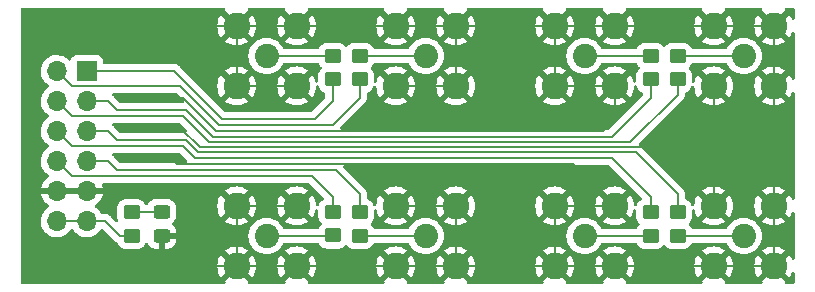
<source format=gtl>
G04 #@! TF.GenerationSoftware,KiCad,Pcbnew,(6.0.6)*
G04 #@! TF.CreationDate,2022-07-31T00:45:43+09:00*
G04 #@! TF.ProjectId,mt_pmodsma,6d745f70-6d6f-4647-936d-612e6b696361,rev?*
G04 #@! TF.SameCoordinates,Original*
G04 #@! TF.FileFunction,Copper,L1,Top*
G04 #@! TF.FilePolarity,Positive*
%FSLAX46Y46*%
G04 Gerber Fmt 4.6, Leading zero omitted, Abs format (unit mm)*
G04 Created by KiCad (PCBNEW (6.0.6)) date 2022-07-31 00:45:43*
%MOMM*%
%LPD*%
G01*
G04 APERTURE LIST*
G04 Aperture macros list*
%AMRoundRect*
0 Rectangle with rounded corners*
0 $1 Rounding radius*
0 $2 $3 $4 $5 $6 $7 $8 $9 X,Y pos of 4 corners*
0 Add a 4 corners polygon primitive as box body*
4,1,4,$2,$3,$4,$5,$6,$7,$8,$9,$2,$3,0*
0 Add four circle primitives for the rounded corners*
1,1,$1+$1,$2,$3*
1,1,$1+$1,$4,$5*
1,1,$1+$1,$6,$7*
1,1,$1+$1,$8,$9*
0 Add four rect primitives between the rounded corners*
20,1,$1+$1,$2,$3,$4,$5,0*
20,1,$1+$1,$4,$5,$6,$7,0*
20,1,$1+$1,$6,$7,$8,$9,0*
20,1,$1+$1,$8,$9,$2,$3,0*%
G04 Aperture macros list end*
G04 #@! TA.AperFunction,ComponentPad*
%ADD10C,2.050000*%
G04 #@! TD*
G04 #@! TA.AperFunction,ComponentPad*
%ADD11C,2.250000*%
G04 #@! TD*
G04 #@! TA.AperFunction,ComponentPad*
%ADD12R,1.700000X1.700000*%
G04 #@! TD*
G04 #@! TA.AperFunction,ComponentPad*
%ADD13O,1.700000X1.700000*%
G04 #@! TD*
G04 #@! TA.AperFunction,SMDPad,CuDef*
%ADD14RoundRect,0.250000X-0.450000X0.350000X-0.450000X-0.350000X0.450000X-0.350000X0.450000X0.350000X0*%
G04 #@! TD*
G04 #@! TA.AperFunction,SMDPad,CuDef*
%ADD15RoundRect,0.250000X0.450000X-0.350000X0.450000X0.350000X-0.450000X0.350000X-0.450000X-0.350000X0*%
G04 #@! TD*
G04 #@! TA.AperFunction,SMDPad,CuDef*
%ADD16RoundRect,0.250000X0.450000X-0.325000X0.450000X0.325000X-0.450000X0.325000X-0.450000X-0.325000X0*%
G04 #@! TD*
G04 #@! TA.AperFunction,ViaPad*
%ADD17C,0.889000*%
G04 #@! TD*
G04 #@! TA.AperFunction,Conductor*
%ADD18C,0.203200*%
G04 #@! TD*
G04 APERTURE END LIST*
D10*
X138176000Y-119380000D03*
D11*
X135636000Y-116840000D03*
X135636000Y-121920000D03*
X140716000Y-116840000D03*
X140716000Y-121920000D03*
D12*
X82570000Y-105435000D03*
D13*
X80030000Y-105435000D03*
X82570000Y-107975000D03*
X80030000Y-107975000D03*
X82570000Y-110515000D03*
X80030000Y-110515000D03*
X82570000Y-113055000D03*
X80030000Y-113055000D03*
X82570000Y-115595000D03*
X80030000Y-115595000D03*
X82570000Y-118135000D03*
X80030000Y-118135000D03*
D14*
X130302000Y-104140000D03*
X130302000Y-106140000D03*
D10*
X97790000Y-119380000D03*
D11*
X100330000Y-116840000D03*
X95250000Y-121920000D03*
X95250000Y-116840000D03*
X100330000Y-121920000D03*
D14*
X105664000Y-104140000D03*
X105664000Y-106140000D03*
D10*
X111252000Y-119380000D03*
D11*
X108712000Y-121920000D03*
X113792000Y-121920000D03*
X108712000Y-116840000D03*
X113792000Y-116840000D03*
D10*
X111252000Y-104140000D03*
D11*
X113792000Y-106680000D03*
X113792000Y-101600000D03*
X108712000Y-106680000D03*
X108712000Y-101600000D03*
D15*
X130302000Y-119364000D03*
X130302000Y-117364000D03*
D16*
X88900000Y-119380000D03*
X88900000Y-117330000D03*
D15*
X105664000Y-119364000D03*
X105664000Y-117364000D03*
D10*
X138176000Y-104140000D03*
D11*
X135636000Y-101600000D03*
X135636000Y-106680000D03*
X140716000Y-101600000D03*
X140716000Y-106680000D03*
D10*
X124714000Y-119380000D03*
D11*
X122174000Y-116840000D03*
X127254000Y-121920000D03*
X127254000Y-116840000D03*
X122174000Y-121920000D03*
D14*
X132588000Y-104140000D03*
X132588000Y-106140000D03*
D10*
X97790000Y-104140000D03*
D11*
X100330000Y-101600000D03*
X95250000Y-101600000D03*
X100330000Y-106680000D03*
X95250000Y-106680000D03*
D14*
X86360000Y-117380000D03*
X86360000Y-119380000D03*
D15*
X103378000Y-119348000D03*
X103378000Y-117348000D03*
D14*
X103378000Y-104140000D03*
X103378000Y-106140000D03*
D10*
X124714000Y-104140000D03*
D11*
X122174000Y-106680000D03*
X127254000Y-101600000D03*
X122174000Y-101600000D03*
X127254000Y-106680000D03*
D15*
X132588000Y-119364000D03*
X132588000Y-117364000D03*
D17*
X89662000Y-110236000D03*
X89662000Y-112776000D03*
X89662000Y-107696000D03*
D18*
X82570000Y-105435000D02*
X89941000Y-105435000D01*
X101854000Y-109474000D02*
X103378000Y-107950000D01*
X89941000Y-105435000D02*
X93980000Y-109474000D01*
X103378000Y-107950000D02*
X103378000Y-106140000D01*
X93980000Y-109474000D02*
X101854000Y-109474000D01*
X105664000Y-107696000D02*
X105664000Y-106140000D01*
X80030000Y-105435000D02*
X81275000Y-106680000D01*
X93726000Y-109982000D02*
X103378000Y-109982000D01*
X90424000Y-106680000D02*
X93726000Y-109982000D01*
X81275000Y-106680000D02*
X90424000Y-106680000D01*
X103378000Y-109982000D02*
X105664000Y-107696000D01*
X84353000Y-107975000D02*
X85090000Y-108712000D01*
X127000000Y-110998000D02*
X130302000Y-107696000D01*
X82570000Y-107975000D02*
X84353000Y-107975000D01*
X85090000Y-108712000D02*
X90932000Y-108712000D01*
X93218000Y-110998000D02*
X127000000Y-110998000D01*
X90932000Y-108712000D02*
X93218000Y-110998000D01*
X130302000Y-107696000D02*
X130302000Y-106140000D01*
X92913200Y-111455200D02*
X128574800Y-111455200D01*
X81275000Y-109220000D02*
X90678000Y-109220000D01*
X128574800Y-111455200D02*
X132588000Y-107442000D01*
X80030000Y-107975000D02*
X81275000Y-109220000D01*
X90678000Y-109220000D02*
X92913200Y-111455200D01*
X132588000Y-107442000D02*
X132588000Y-106140000D01*
X129032000Y-112268000D02*
X132588000Y-115824000D01*
X84353000Y-110515000D02*
X85090000Y-111252000D01*
X85090000Y-111252000D02*
X90932000Y-111252000D01*
X82570000Y-110515000D02*
X84353000Y-110515000D01*
X132588000Y-115824000D02*
X132588000Y-117364000D01*
X90932000Y-111252000D02*
X91948000Y-112268000D01*
X91948000Y-112268000D02*
X129032000Y-112268000D01*
X130302000Y-116078000D02*
X130302000Y-117364000D01*
X90678000Y-111760000D02*
X91694000Y-112776000D01*
X80030000Y-110515000D02*
X81275000Y-111760000D01*
X91694000Y-112776000D02*
X127000000Y-112776000D01*
X127000000Y-112776000D02*
X130302000Y-116078000D01*
X81275000Y-111760000D02*
X90678000Y-111760000D01*
X84353000Y-113055000D02*
X85090000Y-113792000D01*
X103632000Y-113792000D02*
X105664000Y-115824000D01*
X85090000Y-113792000D02*
X103632000Y-113792000D01*
X82570000Y-113055000D02*
X84353000Y-113055000D01*
X105664000Y-115824000D02*
X105664000Y-117364000D01*
X90424000Y-114300000D02*
X101600000Y-114300000D01*
X80030000Y-113055000D02*
X81275000Y-114300000D01*
X103378000Y-116078000D02*
X103378000Y-116332000D01*
X81275000Y-114300000D02*
X90424000Y-114300000D01*
X101600000Y-114300000D02*
X103378000Y-116078000D01*
X103378000Y-116078000D02*
X103378000Y-117348000D01*
X86360000Y-117380000D02*
X88850000Y-117380000D01*
X88850000Y-117380000D02*
X88900000Y-117330000D01*
X82570000Y-118135000D02*
X84099000Y-118135000D01*
X85344000Y-119380000D02*
X86360000Y-119380000D01*
X80030000Y-118135000D02*
X82570000Y-118135000D01*
X84099000Y-118135000D02*
X85344000Y-119380000D01*
X127254000Y-106680000D02*
X122174000Y-106680000D01*
X135636000Y-101600000D02*
X140716000Y-101600000D01*
X108712000Y-121920000D02*
X100330000Y-121920000D01*
X77749000Y-115595000D02*
X80030000Y-115595000D01*
X122174000Y-121920000D02*
X113792000Y-121920000D01*
X122174000Y-116840000D02*
X127254000Y-116840000D01*
X95250000Y-121920000D02*
X88900000Y-121920000D01*
X89662000Y-107696000D02*
X90678000Y-107696000D01*
X80030000Y-115595000D02*
X82570000Y-115595000D01*
X100330000Y-116840000D02*
X95250000Y-116840000D01*
X127254000Y-109474000D02*
X127254000Y-106680000D01*
X77724000Y-115570000D02*
X77749000Y-115595000D01*
X135534400Y-111861600D02*
X135636000Y-111760000D01*
X140716000Y-106680000D02*
X140716000Y-116840000D01*
X88900000Y-121920000D02*
X77724000Y-121920000D01*
X127254000Y-101600000D02*
X135636000Y-101600000D01*
X113792000Y-106680000D02*
X108712000Y-106680000D01*
X135636000Y-111760000D02*
X135636000Y-111252000D01*
X95250000Y-106680000D02*
X100330000Y-106680000D01*
X95250000Y-101600000D02*
X77724000Y-101600000D01*
X108712000Y-116840000D02*
X113792000Y-116840000D01*
X123698000Y-113284000D02*
X127254000Y-116840000D01*
X122174000Y-121920000D02*
X122174000Y-116840000D01*
X90678000Y-107696000D02*
X93472000Y-110490000D01*
X113792000Y-101600000D02*
X122174000Y-101600000D01*
X140716000Y-101600000D02*
X140716000Y-106680000D01*
X140716000Y-121920000D02*
X135636000Y-121920000D01*
X100330000Y-121920000D02*
X95250000Y-121920000D01*
X77724000Y-121920000D02*
X77724000Y-115570000D01*
X89662000Y-110236000D02*
X90490736Y-110236000D01*
X126238000Y-110490000D02*
X127254000Y-109474000D01*
X113792000Y-121920000D02*
X108712000Y-121920000D01*
X92116336Y-111861600D02*
X135534400Y-111861600D01*
X135636000Y-121920000D02*
X127254000Y-121920000D01*
X77724000Y-101600000D02*
X77724000Y-115570000D01*
X135636000Y-116840000D02*
X135636000Y-111760000D01*
X127254000Y-121920000D02*
X122174000Y-121920000D01*
X113792000Y-101600000D02*
X113792000Y-106680000D01*
X90170000Y-113284000D02*
X123698000Y-113284000D01*
X93472000Y-110490000D02*
X126238000Y-110490000D01*
X140716000Y-116840000D02*
X140716000Y-121920000D01*
X95250000Y-116840000D02*
X95250000Y-121920000D01*
X100330000Y-101600000D02*
X108712000Y-101600000D01*
X95250000Y-101600000D02*
X100330000Y-101600000D01*
X90490736Y-110236000D02*
X92116336Y-111861600D01*
X113792000Y-116840000D02*
X113792000Y-121920000D01*
X135636000Y-106680000D02*
X135636000Y-111252000D01*
X89662000Y-112776000D02*
X90170000Y-113284000D01*
X122174000Y-101600000D02*
X127254000Y-101600000D01*
X95250000Y-101600000D02*
X95250000Y-106680000D01*
X108712000Y-101600000D02*
X113792000Y-101600000D01*
X88900000Y-119380000D02*
X88900000Y-121920000D01*
X122174000Y-106680000D02*
X122174000Y-101600000D01*
X97790000Y-104140000D02*
X103378000Y-104140000D01*
X105664000Y-104140000D02*
X111252000Y-104140000D01*
X124714000Y-104140000D02*
X130302000Y-104140000D01*
X132588000Y-104140000D02*
X138176000Y-104140000D01*
X132588000Y-119364000D02*
X132604000Y-119380000D01*
X132604000Y-119380000D02*
X138176000Y-119380000D01*
X130286000Y-119380000D02*
X130302000Y-119364000D01*
X124714000Y-119380000D02*
X130286000Y-119380000D01*
X105680000Y-119380000D02*
X111252000Y-119380000D01*
X105664000Y-119364000D02*
X105680000Y-119380000D01*
X103346000Y-119380000D02*
X103378000Y-119348000D01*
X97790000Y-119380000D02*
X103346000Y-119380000D01*
G04 #@! TA.AperFunction,Conductor*
G36*
X94257682Y-100096002D02*
G01*
X94304175Y-100149658D01*
X94314279Y-100219932D01*
X94295072Y-100270873D01*
X94290811Y-100277401D01*
X94296817Y-100287607D01*
X95237188Y-101227978D01*
X95251132Y-101235592D01*
X95252965Y-101235461D01*
X95259580Y-101231210D01*
X96201724Y-100289066D01*
X96209116Y-100275529D01*
X96208206Y-100274228D01*
X96185546Y-100206944D01*
X96202860Y-100138091D01*
X96254649Y-100089529D01*
X96311449Y-100076000D01*
X99269561Y-100076000D01*
X99337682Y-100096002D01*
X99384175Y-100149658D01*
X99394279Y-100219932D01*
X99375072Y-100270873D01*
X99370811Y-100277401D01*
X99376817Y-100287607D01*
X100317188Y-101227978D01*
X100331132Y-101235592D01*
X100332965Y-101235461D01*
X100339580Y-101231210D01*
X101281724Y-100289066D01*
X101289116Y-100275529D01*
X101288206Y-100274228D01*
X101265546Y-100206944D01*
X101282860Y-100138091D01*
X101334649Y-100089529D01*
X101391449Y-100076000D01*
X107651561Y-100076000D01*
X107719682Y-100096002D01*
X107766175Y-100149658D01*
X107776279Y-100219932D01*
X107757072Y-100270873D01*
X107752811Y-100277401D01*
X107758817Y-100287607D01*
X108699188Y-101227978D01*
X108713132Y-101235592D01*
X108714965Y-101235461D01*
X108721580Y-101231210D01*
X109663724Y-100289066D01*
X109671116Y-100275529D01*
X109670206Y-100274228D01*
X109647546Y-100206944D01*
X109664860Y-100138091D01*
X109716649Y-100089529D01*
X109773449Y-100076000D01*
X112731561Y-100076000D01*
X112799682Y-100096002D01*
X112846175Y-100149658D01*
X112856279Y-100219932D01*
X112837072Y-100270873D01*
X112832811Y-100277401D01*
X112838817Y-100287607D01*
X113779188Y-101227978D01*
X113793132Y-101235592D01*
X113794965Y-101235461D01*
X113801580Y-101231210D01*
X114743724Y-100289066D01*
X114751116Y-100275529D01*
X114750206Y-100274228D01*
X114727546Y-100206944D01*
X114744860Y-100138091D01*
X114796649Y-100089529D01*
X114853449Y-100076000D01*
X121113561Y-100076000D01*
X121181682Y-100096002D01*
X121228175Y-100149658D01*
X121238279Y-100219932D01*
X121219072Y-100270873D01*
X121214811Y-100277401D01*
X121220817Y-100287607D01*
X122161188Y-101227978D01*
X122175132Y-101235592D01*
X122176965Y-101235461D01*
X122183580Y-101231210D01*
X123125724Y-100289066D01*
X123133116Y-100275529D01*
X123132206Y-100274228D01*
X123109546Y-100206944D01*
X123126860Y-100138091D01*
X123178649Y-100089529D01*
X123235449Y-100076000D01*
X126193561Y-100076000D01*
X126261682Y-100096002D01*
X126308175Y-100149658D01*
X126318279Y-100219932D01*
X126299072Y-100270873D01*
X126294811Y-100277401D01*
X126300817Y-100287607D01*
X127241188Y-101227978D01*
X127255132Y-101235592D01*
X127256965Y-101235461D01*
X127263580Y-101231210D01*
X128205724Y-100289066D01*
X128213116Y-100275529D01*
X128212206Y-100274228D01*
X128189546Y-100206944D01*
X128206860Y-100138091D01*
X128258649Y-100089529D01*
X128315449Y-100076000D01*
X134575561Y-100076000D01*
X134643682Y-100096002D01*
X134690175Y-100149658D01*
X134700279Y-100219932D01*
X134681072Y-100270873D01*
X134676811Y-100277401D01*
X134682817Y-100287607D01*
X135623188Y-101227978D01*
X135637132Y-101235592D01*
X135638965Y-101235461D01*
X135645580Y-101231210D01*
X136587724Y-100289066D01*
X136595116Y-100275529D01*
X136594206Y-100274228D01*
X136571546Y-100206944D01*
X136588860Y-100138091D01*
X136640649Y-100089529D01*
X136697449Y-100076000D01*
X139655561Y-100076000D01*
X139723682Y-100096002D01*
X139770175Y-100149658D01*
X139780279Y-100219932D01*
X139761072Y-100270873D01*
X139756811Y-100277401D01*
X139762817Y-100287607D01*
X140703188Y-101227978D01*
X140717132Y-101235592D01*
X140718965Y-101235461D01*
X140725580Y-101231210D01*
X141667724Y-100289066D01*
X141675116Y-100275529D01*
X141674206Y-100274228D01*
X141651546Y-100206944D01*
X141668860Y-100138091D01*
X141720649Y-100089529D01*
X141777449Y-100076000D01*
X142368000Y-100076000D01*
X142436121Y-100096002D01*
X142482614Y-100149658D01*
X142494000Y-100202000D01*
X142494000Y-100991791D01*
X142473998Y-101059912D01*
X142420342Y-101106405D01*
X142350068Y-101116509D01*
X142285488Y-101087015D01*
X142251591Y-101040009D01*
X142177408Y-100860915D01*
X142172927Y-100852121D01*
X142046660Y-100646072D01*
X142038599Y-100640810D01*
X142028393Y-100646817D01*
X141088022Y-101587188D01*
X141080408Y-101601132D01*
X141080539Y-101602965D01*
X141084790Y-101609580D01*
X142026934Y-102551724D01*
X142040471Y-102559116D01*
X142045740Y-102555430D01*
X142172927Y-102347879D01*
X142177408Y-102339085D01*
X142251591Y-102159991D01*
X142296139Y-102104710D01*
X142363503Y-102082289D01*
X142432294Y-102099847D01*
X142480672Y-102151809D01*
X142494000Y-102208209D01*
X142494000Y-106071791D01*
X142473998Y-106139912D01*
X142420342Y-106186405D01*
X142350068Y-106196509D01*
X142285488Y-106167015D01*
X142251591Y-106120009D01*
X142177408Y-105940915D01*
X142172927Y-105932121D01*
X142046660Y-105726072D01*
X142038599Y-105720810D01*
X142028393Y-105726817D01*
X141088022Y-106667188D01*
X141080408Y-106681132D01*
X141080539Y-106682965D01*
X141084790Y-106689580D01*
X142026934Y-107631724D01*
X142040471Y-107639116D01*
X142045740Y-107635430D01*
X142172927Y-107427879D01*
X142177408Y-107419085D01*
X142251591Y-107239991D01*
X142296139Y-107184710D01*
X142363503Y-107162289D01*
X142432294Y-107179847D01*
X142480672Y-107231809D01*
X142494000Y-107288209D01*
X142494000Y-116231791D01*
X142473998Y-116299912D01*
X142420342Y-116346405D01*
X142350068Y-116356509D01*
X142285488Y-116327015D01*
X142251591Y-116280009D01*
X142177408Y-116100915D01*
X142172927Y-116092121D01*
X142046660Y-115886072D01*
X142038599Y-115880810D01*
X142028393Y-115886817D01*
X141088022Y-116827188D01*
X141080408Y-116841132D01*
X141080539Y-116842965D01*
X141084790Y-116849580D01*
X142026934Y-117791724D01*
X142040471Y-117799116D01*
X142045740Y-117795430D01*
X142172927Y-117587879D01*
X142177408Y-117579085D01*
X142251591Y-117399991D01*
X142296139Y-117344710D01*
X142363503Y-117322289D01*
X142432294Y-117339847D01*
X142480672Y-117391809D01*
X142494000Y-117448209D01*
X142494000Y-121311791D01*
X142473998Y-121379912D01*
X142420342Y-121426405D01*
X142350068Y-121436509D01*
X142285488Y-121407015D01*
X142251591Y-121360009D01*
X142177408Y-121180915D01*
X142172927Y-121172121D01*
X142046660Y-120966072D01*
X142038599Y-120960810D01*
X142028393Y-120966817D01*
X141088022Y-121907188D01*
X141080408Y-121921132D01*
X141080539Y-121922965D01*
X141084790Y-121929580D01*
X142026934Y-122871724D01*
X142040471Y-122879116D01*
X142045740Y-122875430D01*
X142172927Y-122667879D01*
X142177408Y-122659085D01*
X142251591Y-122479991D01*
X142296139Y-122424710D01*
X142363503Y-122402289D01*
X142432294Y-122419847D01*
X142480672Y-122471809D01*
X142494000Y-122528209D01*
X142494000Y-123318000D01*
X142473998Y-123386121D01*
X142420342Y-123432614D01*
X142368000Y-123444000D01*
X141776439Y-123444000D01*
X141708318Y-123423998D01*
X141661825Y-123370342D01*
X141651721Y-123300068D01*
X141670928Y-123249127D01*
X141675189Y-123242599D01*
X141669183Y-123232393D01*
X140728812Y-122292022D01*
X140714868Y-122284408D01*
X140713035Y-122284539D01*
X140706420Y-122288790D01*
X139764276Y-123230934D01*
X139756884Y-123244471D01*
X139757794Y-123245772D01*
X139780454Y-123313056D01*
X139763140Y-123381909D01*
X139711351Y-123430471D01*
X139654551Y-123444000D01*
X136696439Y-123444000D01*
X136628318Y-123423998D01*
X136581825Y-123370342D01*
X136571721Y-123300068D01*
X136590928Y-123249127D01*
X136595189Y-123242599D01*
X136589183Y-123232393D01*
X135648812Y-122292022D01*
X135634868Y-122284408D01*
X135633035Y-122284539D01*
X135626420Y-122288790D01*
X134684276Y-123230934D01*
X134676884Y-123244471D01*
X134677794Y-123245772D01*
X134700454Y-123313056D01*
X134683140Y-123381909D01*
X134631351Y-123430471D01*
X134574551Y-123444000D01*
X128314439Y-123444000D01*
X128246318Y-123423998D01*
X128199825Y-123370342D01*
X128189721Y-123300068D01*
X128208928Y-123249127D01*
X128213189Y-123242599D01*
X128207183Y-123232393D01*
X127266812Y-122292022D01*
X127252868Y-122284408D01*
X127251035Y-122284539D01*
X127244420Y-122288790D01*
X126302276Y-123230934D01*
X126294884Y-123244471D01*
X126295794Y-123245772D01*
X126318454Y-123313056D01*
X126301140Y-123381909D01*
X126249351Y-123430471D01*
X126192551Y-123444000D01*
X123234439Y-123444000D01*
X123166318Y-123423998D01*
X123119825Y-123370342D01*
X123109721Y-123300068D01*
X123128928Y-123249127D01*
X123133189Y-123242599D01*
X123127183Y-123232393D01*
X122186812Y-122292022D01*
X122172868Y-122284408D01*
X122171035Y-122284539D01*
X122164420Y-122288790D01*
X121222276Y-123230934D01*
X121214884Y-123244471D01*
X121215794Y-123245772D01*
X121238454Y-123313056D01*
X121221140Y-123381909D01*
X121169351Y-123430471D01*
X121112551Y-123444000D01*
X114852439Y-123444000D01*
X114784318Y-123423998D01*
X114737825Y-123370342D01*
X114727721Y-123300068D01*
X114746928Y-123249127D01*
X114751189Y-123242599D01*
X114745183Y-123232393D01*
X113804812Y-122292022D01*
X113790868Y-122284408D01*
X113789035Y-122284539D01*
X113782420Y-122288790D01*
X112840276Y-123230934D01*
X112832884Y-123244471D01*
X112833794Y-123245772D01*
X112856454Y-123313056D01*
X112839140Y-123381909D01*
X112787351Y-123430471D01*
X112730551Y-123444000D01*
X109772439Y-123444000D01*
X109704318Y-123423998D01*
X109657825Y-123370342D01*
X109647721Y-123300068D01*
X109666928Y-123249127D01*
X109671189Y-123242599D01*
X109665183Y-123232393D01*
X108724812Y-122292022D01*
X108710868Y-122284408D01*
X108709035Y-122284539D01*
X108702420Y-122288790D01*
X107760276Y-123230934D01*
X107752884Y-123244471D01*
X107753794Y-123245772D01*
X107776454Y-123313056D01*
X107759140Y-123381909D01*
X107707351Y-123430471D01*
X107650551Y-123444000D01*
X101390439Y-123444000D01*
X101322318Y-123423998D01*
X101275825Y-123370342D01*
X101265721Y-123300068D01*
X101284928Y-123249127D01*
X101289189Y-123242599D01*
X101283183Y-123232393D01*
X100342812Y-122292022D01*
X100328868Y-122284408D01*
X100327035Y-122284539D01*
X100320420Y-122288790D01*
X99378276Y-123230934D01*
X99370884Y-123244471D01*
X99371794Y-123245772D01*
X99394454Y-123313056D01*
X99377140Y-123381909D01*
X99325351Y-123430471D01*
X99268551Y-123444000D01*
X96310439Y-123444000D01*
X96242318Y-123423998D01*
X96195825Y-123370342D01*
X96185721Y-123300068D01*
X96204928Y-123249127D01*
X96209189Y-123242599D01*
X96203183Y-123232393D01*
X95262812Y-122292022D01*
X95248868Y-122284408D01*
X95247035Y-122284539D01*
X95240420Y-122288790D01*
X94298276Y-123230934D01*
X94290884Y-123244471D01*
X94291794Y-123245772D01*
X94314454Y-123313056D01*
X94297140Y-123381909D01*
X94245351Y-123430471D01*
X94188551Y-123444000D01*
X77088000Y-123444000D01*
X77019879Y-123423998D01*
X76973386Y-123370342D01*
X76962000Y-123318000D01*
X76962000Y-121924930D01*
X93612338Y-121924930D01*
X93631729Y-122171313D01*
X93633272Y-122181060D01*
X93690967Y-122421373D01*
X93694016Y-122430758D01*
X93788592Y-122659085D01*
X93793073Y-122667879D01*
X93919340Y-122873928D01*
X93927401Y-122879190D01*
X93937607Y-122873183D01*
X94877978Y-121932812D01*
X94884356Y-121921132D01*
X95614408Y-121921132D01*
X95614539Y-121922965D01*
X95618790Y-121929580D01*
X96560934Y-122871724D01*
X96574471Y-122879116D01*
X96579740Y-122875430D01*
X96706927Y-122667879D01*
X96711408Y-122659085D01*
X96805984Y-122430758D01*
X96809033Y-122421373D01*
X96866728Y-122181060D01*
X96868271Y-122171313D01*
X96887662Y-121924930D01*
X98692338Y-121924930D01*
X98711729Y-122171313D01*
X98713272Y-122181060D01*
X98770967Y-122421373D01*
X98774016Y-122430758D01*
X98868592Y-122659085D01*
X98873073Y-122667879D01*
X98999340Y-122873928D01*
X99007401Y-122879190D01*
X99017607Y-122873183D01*
X99957978Y-121932812D01*
X99964356Y-121921132D01*
X100694408Y-121921132D01*
X100694539Y-121922965D01*
X100698790Y-121929580D01*
X101640934Y-122871724D01*
X101654471Y-122879116D01*
X101659740Y-122875430D01*
X101786927Y-122667879D01*
X101791408Y-122659085D01*
X101885984Y-122430758D01*
X101889033Y-122421373D01*
X101946728Y-122181060D01*
X101948271Y-122171313D01*
X101967662Y-121924930D01*
X107074338Y-121924930D01*
X107093729Y-122171313D01*
X107095272Y-122181060D01*
X107152967Y-122421373D01*
X107156016Y-122430758D01*
X107250592Y-122659085D01*
X107255073Y-122667879D01*
X107381340Y-122873928D01*
X107389401Y-122879190D01*
X107399607Y-122873183D01*
X108339978Y-121932812D01*
X108346356Y-121921132D01*
X109076408Y-121921132D01*
X109076539Y-121922965D01*
X109080790Y-121929580D01*
X110022934Y-122871724D01*
X110036471Y-122879116D01*
X110041740Y-122875430D01*
X110168927Y-122667879D01*
X110173408Y-122659085D01*
X110267984Y-122430758D01*
X110271033Y-122421373D01*
X110328728Y-122181060D01*
X110330271Y-122171313D01*
X110349662Y-121924930D01*
X112154338Y-121924930D01*
X112173729Y-122171313D01*
X112175272Y-122181060D01*
X112232967Y-122421373D01*
X112236016Y-122430758D01*
X112330592Y-122659085D01*
X112335073Y-122667879D01*
X112461340Y-122873928D01*
X112469401Y-122879190D01*
X112479607Y-122873183D01*
X113419978Y-121932812D01*
X113426356Y-121921132D01*
X114156408Y-121921132D01*
X114156539Y-121922965D01*
X114160790Y-121929580D01*
X115102934Y-122871724D01*
X115116471Y-122879116D01*
X115121740Y-122875430D01*
X115248927Y-122667879D01*
X115253408Y-122659085D01*
X115347984Y-122430758D01*
X115351033Y-122421373D01*
X115408728Y-122181060D01*
X115410271Y-122171313D01*
X115429662Y-121924930D01*
X120536338Y-121924930D01*
X120555729Y-122171313D01*
X120557272Y-122181060D01*
X120614967Y-122421373D01*
X120618016Y-122430758D01*
X120712592Y-122659085D01*
X120717073Y-122667879D01*
X120843340Y-122873928D01*
X120851401Y-122879190D01*
X120861607Y-122873183D01*
X121801978Y-121932812D01*
X121808356Y-121921132D01*
X122538408Y-121921132D01*
X122538539Y-121922965D01*
X122542790Y-121929580D01*
X123484934Y-122871724D01*
X123498471Y-122879116D01*
X123503740Y-122875430D01*
X123630927Y-122667879D01*
X123635408Y-122659085D01*
X123729984Y-122430758D01*
X123733033Y-122421373D01*
X123790728Y-122181060D01*
X123792271Y-122171313D01*
X123811662Y-121924930D01*
X125616338Y-121924930D01*
X125635729Y-122171313D01*
X125637272Y-122181060D01*
X125694967Y-122421373D01*
X125698016Y-122430758D01*
X125792592Y-122659085D01*
X125797073Y-122667879D01*
X125923340Y-122873928D01*
X125931401Y-122879190D01*
X125941607Y-122873183D01*
X126881978Y-121932812D01*
X126888356Y-121921132D01*
X127618408Y-121921132D01*
X127618539Y-121922965D01*
X127622790Y-121929580D01*
X128564934Y-122871724D01*
X128578471Y-122879116D01*
X128583740Y-122875430D01*
X128710927Y-122667879D01*
X128715408Y-122659085D01*
X128809984Y-122430758D01*
X128813033Y-122421373D01*
X128870728Y-122181060D01*
X128872271Y-122171313D01*
X128891662Y-121924930D01*
X133998338Y-121924930D01*
X134017729Y-122171313D01*
X134019272Y-122181060D01*
X134076967Y-122421373D01*
X134080016Y-122430758D01*
X134174592Y-122659085D01*
X134179073Y-122667879D01*
X134305340Y-122873928D01*
X134313401Y-122879190D01*
X134323607Y-122873183D01*
X135263978Y-121932812D01*
X135270356Y-121921132D01*
X136000408Y-121921132D01*
X136000539Y-121922965D01*
X136004790Y-121929580D01*
X136946934Y-122871724D01*
X136960471Y-122879116D01*
X136965740Y-122875430D01*
X137092927Y-122667879D01*
X137097408Y-122659085D01*
X137191984Y-122430758D01*
X137195033Y-122421373D01*
X137252728Y-122181060D01*
X137254271Y-122171313D01*
X137273662Y-121924930D01*
X139078338Y-121924930D01*
X139097729Y-122171313D01*
X139099272Y-122181060D01*
X139156967Y-122421373D01*
X139160016Y-122430758D01*
X139254592Y-122659085D01*
X139259073Y-122667879D01*
X139385340Y-122873928D01*
X139393401Y-122879190D01*
X139403607Y-122873183D01*
X140343978Y-121932812D01*
X140351592Y-121918868D01*
X140351461Y-121917035D01*
X140347210Y-121910420D01*
X139405066Y-120968276D01*
X139391529Y-120960884D01*
X139386260Y-120964570D01*
X139259073Y-121172121D01*
X139254592Y-121180915D01*
X139160016Y-121409242D01*
X139156967Y-121418627D01*
X139099272Y-121658940D01*
X139097729Y-121668687D01*
X139078338Y-121915070D01*
X139078338Y-121924930D01*
X137273662Y-121924930D01*
X137273662Y-121915070D01*
X137254271Y-121668687D01*
X137252728Y-121658940D01*
X137195033Y-121418627D01*
X137191984Y-121409242D01*
X137097408Y-121180915D01*
X137092927Y-121172121D01*
X136966660Y-120966072D01*
X136958599Y-120960810D01*
X136948393Y-120966817D01*
X136008022Y-121907188D01*
X136000408Y-121921132D01*
X135270356Y-121921132D01*
X135271592Y-121918868D01*
X135271461Y-121917035D01*
X135267210Y-121910420D01*
X134325066Y-120968276D01*
X134311529Y-120960884D01*
X134306260Y-120964570D01*
X134179073Y-121172121D01*
X134174592Y-121180915D01*
X134080016Y-121409242D01*
X134076967Y-121418627D01*
X134019272Y-121658940D01*
X134017729Y-121668687D01*
X133998338Y-121915070D01*
X133998338Y-121924930D01*
X128891662Y-121924930D01*
X128891662Y-121915070D01*
X128872271Y-121668687D01*
X128870728Y-121658940D01*
X128813033Y-121418627D01*
X128809984Y-121409242D01*
X128715408Y-121180915D01*
X128710927Y-121172121D01*
X128584660Y-120966072D01*
X128576599Y-120960810D01*
X128566393Y-120966817D01*
X127626022Y-121907188D01*
X127618408Y-121921132D01*
X126888356Y-121921132D01*
X126889592Y-121918868D01*
X126889461Y-121917035D01*
X126885210Y-121910420D01*
X125943066Y-120968276D01*
X125929529Y-120960884D01*
X125924260Y-120964570D01*
X125797073Y-121172121D01*
X125792592Y-121180915D01*
X125698016Y-121409242D01*
X125694967Y-121418627D01*
X125637272Y-121658940D01*
X125635729Y-121668687D01*
X125616338Y-121915070D01*
X125616338Y-121924930D01*
X123811662Y-121924930D01*
X123811662Y-121915070D01*
X123792271Y-121668687D01*
X123790728Y-121658940D01*
X123733033Y-121418627D01*
X123729984Y-121409242D01*
X123635408Y-121180915D01*
X123630927Y-121172121D01*
X123504660Y-120966072D01*
X123496599Y-120960810D01*
X123486393Y-120966817D01*
X122546022Y-121907188D01*
X122538408Y-121921132D01*
X121808356Y-121921132D01*
X121809592Y-121918868D01*
X121809461Y-121917035D01*
X121805210Y-121910420D01*
X120863066Y-120968276D01*
X120849529Y-120960884D01*
X120844260Y-120964570D01*
X120717073Y-121172121D01*
X120712592Y-121180915D01*
X120618016Y-121409242D01*
X120614967Y-121418627D01*
X120557272Y-121658940D01*
X120555729Y-121668687D01*
X120536338Y-121915070D01*
X120536338Y-121924930D01*
X115429662Y-121924930D01*
X115429662Y-121915070D01*
X115410271Y-121668687D01*
X115408728Y-121658940D01*
X115351033Y-121418627D01*
X115347984Y-121409242D01*
X115253408Y-121180915D01*
X115248927Y-121172121D01*
X115122660Y-120966072D01*
X115114599Y-120960810D01*
X115104393Y-120966817D01*
X114164022Y-121907188D01*
X114156408Y-121921132D01*
X113426356Y-121921132D01*
X113427592Y-121918868D01*
X113427461Y-121917035D01*
X113423210Y-121910420D01*
X112481066Y-120968276D01*
X112467529Y-120960884D01*
X112462260Y-120964570D01*
X112335073Y-121172121D01*
X112330592Y-121180915D01*
X112236016Y-121409242D01*
X112232967Y-121418627D01*
X112175272Y-121658940D01*
X112173729Y-121668687D01*
X112154338Y-121915070D01*
X112154338Y-121924930D01*
X110349662Y-121924930D01*
X110349662Y-121915070D01*
X110330271Y-121668687D01*
X110328728Y-121658940D01*
X110271033Y-121418627D01*
X110267984Y-121409242D01*
X110173408Y-121180915D01*
X110168927Y-121172121D01*
X110042660Y-120966072D01*
X110034599Y-120960810D01*
X110024393Y-120966817D01*
X109084022Y-121907188D01*
X109076408Y-121921132D01*
X108346356Y-121921132D01*
X108347592Y-121918868D01*
X108347461Y-121917035D01*
X108343210Y-121910420D01*
X107401066Y-120968276D01*
X107387529Y-120960884D01*
X107382260Y-120964570D01*
X107255073Y-121172121D01*
X107250592Y-121180915D01*
X107156016Y-121409242D01*
X107152967Y-121418627D01*
X107095272Y-121658940D01*
X107093729Y-121668687D01*
X107074338Y-121915070D01*
X107074338Y-121924930D01*
X101967662Y-121924930D01*
X101967662Y-121915070D01*
X101948271Y-121668687D01*
X101946728Y-121658940D01*
X101889033Y-121418627D01*
X101885984Y-121409242D01*
X101791408Y-121180915D01*
X101786927Y-121172121D01*
X101660660Y-120966072D01*
X101652599Y-120960810D01*
X101642393Y-120966817D01*
X100702022Y-121907188D01*
X100694408Y-121921132D01*
X99964356Y-121921132D01*
X99965592Y-121918868D01*
X99965461Y-121917035D01*
X99961210Y-121910420D01*
X99019066Y-120968276D01*
X99005529Y-120960884D01*
X99000260Y-120964570D01*
X98873073Y-121172121D01*
X98868592Y-121180915D01*
X98774016Y-121409242D01*
X98770967Y-121418627D01*
X98713272Y-121658940D01*
X98711729Y-121668687D01*
X98692338Y-121915070D01*
X98692338Y-121924930D01*
X96887662Y-121924930D01*
X96887662Y-121915070D01*
X96868271Y-121668687D01*
X96866728Y-121658940D01*
X96809033Y-121418627D01*
X96805984Y-121409242D01*
X96711408Y-121180915D01*
X96706927Y-121172121D01*
X96580660Y-120966072D01*
X96572599Y-120960810D01*
X96562393Y-120966817D01*
X95622022Y-121907188D01*
X95614408Y-121921132D01*
X94884356Y-121921132D01*
X94885592Y-121918868D01*
X94885461Y-121917035D01*
X94881210Y-121910420D01*
X93939066Y-120968276D01*
X93925529Y-120960884D01*
X93920260Y-120964570D01*
X93793073Y-121172121D01*
X93788592Y-121180915D01*
X93694016Y-121409242D01*
X93690967Y-121418627D01*
X93633272Y-121658940D01*
X93631729Y-121668687D01*
X93612338Y-121915070D01*
X93612338Y-121924930D01*
X76962000Y-121924930D01*
X76962000Y-120597401D01*
X94290810Y-120597401D01*
X94296817Y-120607607D01*
X95237188Y-121547978D01*
X95251132Y-121555592D01*
X95252965Y-121555461D01*
X95259580Y-121551210D01*
X96201724Y-120609066D01*
X96209116Y-120595529D01*
X96205430Y-120590260D01*
X95997879Y-120463073D01*
X95989085Y-120458592D01*
X95760758Y-120364016D01*
X95751373Y-120360967D01*
X95511060Y-120303272D01*
X95501313Y-120301729D01*
X95254930Y-120282338D01*
X95245070Y-120282338D01*
X94998687Y-120301729D01*
X94988940Y-120303272D01*
X94748627Y-120360967D01*
X94739242Y-120364016D01*
X94510915Y-120458592D01*
X94502121Y-120463073D01*
X94296072Y-120589340D01*
X94290810Y-120597401D01*
X76962000Y-120597401D01*
X76962000Y-118101695D01*
X78667251Y-118101695D01*
X78667548Y-118106848D01*
X78667548Y-118106851D01*
X78678482Y-118296478D01*
X78680110Y-118324715D01*
X78681247Y-118329761D01*
X78681248Y-118329767D01*
X78703994Y-118430695D01*
X78729222Y-118542639D01*
X78782584Y-118674054D01*
X78798400Y-118713004D01*
X78813266Y-118749616D01*
X78855631Y-118818749D01*
X78927291Y-118935688D01*
X78929987Y-118940088D01*
X79076250Y-119108938D01*
X79248126Y-119251632D01*
X79441000Y-119364338D01*
X79445825Y-119366180D01*
X79445826Y-119366181D01*
X79494925Y-119384930D01*
X79649692Y-119444030D01*
X79654760Y-119445061D01*
X79654763Y-119445062D01*
X79762017Y-119466883D01*
X79868597Y-119488567D01*
X79873772Y-119488757D01*
X79873774Y-119488757D01*
X80086673Y-119496564D01*
X80086677Y-119496564D01*
X80091837Y-119496753D01*
X80096957Y-119496097D01*
X80096959Y-119496097D01*
X80308288Y-119469025D01*
X80308289Y-119469025D01*
X80313416Y-119468368D01*
X80318366Y-119466883D01*
X80522429Y-119405661D01*
X80522434Y-119405659D01*
X80527384Y-119404174D01*
X80727994Y-119305896D01*
X80909860Y-119176173D01*
X81068096Y-119018489D01*
X81096041Y-118979600D01*
X81198453Y-118837077D01*
X81199776Y-118838028D01*
X81246645Y-118794857D01*
X81316580Y-118782625D01*
X81382026Y-118810144D01*
X81409875Y-118841994D01*
X81469987Y-118940088D01*
X81616250Y-119108938D01*
X81788126Y-119251632D01*
X81981000Y-119364338D01*
X81985825Y-119366180D01*
X81985826Y-119366181D01*
X82034925Y-119384930D01*
X82189692Y-119444030D01*
X82194760Y-119445061D01*
X82194763Y-119445062D01*
X82302017Y-119466883D01*
X82408597Y-119488567D01*
X82413772Y-119488757D01*
X82413774Y-119488757D01*
X82626673Y-119496564D01*
X82626677Y-119496564D01*
X82631837Y-119496753D01*
X82636957Y-119496097D01*
X82636959Y-119496097D01*
X82848288Y-119469025D01*
X82848289Y-119469025D01*
X82853416Y-119468368D01*
X82858366Y-119466883D01*
X83062429Y-119405661D01*
X83062434Y-119405659D01*
X83067384Y-119404174D01*
X83267994Y-119305896D01*
X83449860Y-119176173D01*
X83608096Y-119018489D01*
X83735455Y-118841250D01*
X83791447Y-118797603D01*
X83862151Y-118791157D01*
X83926870Y-118825681D01*
X84859089Y-119757901D01*
X84866189Y-119765704D01*
X84870174Y-119771983D01*
X84875952Y-119777409D01*
X84917931Y-119816830D01*
X84920773Y-119819585D01*
X84939735Y-119838547D01*
X84942862Y-119840973D01*
X84943503Y-119841538D01*
X84951661Y-119848506D01*
X84982542Y-119877504D01*
X84999319Y-119886728D01*
X85015832Y-119897575D01*
X85024698Y-119904452D01*
X85024703Y-119904455D01*
X85030966Y-119909313D01*
X85069847Y-119926138D01*
X85080495Y-119931354D01*
X85117622Y-119951765D01*
X85125307Y-119953738D01*
X85132671Y-119956654D01*
X85132075Y-119958160D01*
X85185148Y-119989752D01*
X85212330Y-120035601D01*
X85218450Y-120053946D01*
X85222301Y-120060170D01*
X85222302Y-120060171D01*
X85274326Y-120144241D01*
X85311522Y-120204348D01*
X85436697Y-120329305D01*
X85442927Y-120333145D01*
X85442928Y-120333146D01*
X85580090Y-120417694D01*
X85587262Y-120422115D01*
X85659991Y-120446238D01*
X85748611Y-120475632D01*
X85748613Y-120475632D01*
X85755139Y-120477797D01*
X85761975Y-120478497D01*
X85761978Y-120478498D01*
X85805031Y-120482909D01*
X85859600Y-120488500D01*
X86860400Y-120488500D01*
X86863646Y-120488163D01*
X86863650Y-120488163D01*
X86959308Y-120478238D01*
X86959312Y-120478237D01*
X86966166Y-120477526D01*
X86972702Y-120475345D01*
X86972704Y-120475345D01*
X87104806Y-120431272D01*
X87133946Y-120421550D01*
X87284348Y-120328478D01*
X87305852Y-120306937D01*
X87404134Y-120208483D01*
X87409305Y-120203303D01*
X87416076Y-120192318D01*
X87498275Y-120058968D01*
X87498276Y-120058966D01*
X87502115Y-120052738D01*
X87514884Y-120014240D01*
X87555314Y-119955880D01*
X87620878Y-119928643D01*
X87690760Y-119941176D01*
X87742772Y-119989501D01*
X87754000Y-120014028D01*
X87756587Y-120021783D01*
X87762761Y-120034962D01*
X87848063Y-120172807D01*
X87857099Y-120184208D01*
X87971829Y-120298739D01*
X87983240Y-120307751D01*
X88121243Y-120392816D01*
X88134424Y-120398963D01*
X88288710Y-120450138D01*
X88302086Y-120453005D01*
X88396438Y-120462672D01*
X88402854Y-120463000D01*
X88627885Y-120463000D01*
X88643124Y-120458525D01*
X88644329Y-120457135D01*
X88646000Y-120449452D01*
X88646000Y-120444884D01*
X89154000Y-120444884D01*
X89158475Y-120460123D01*
X89159865Y-120461328D01*
X89167548Y-120462999D01*
X89397095Y-120462999D01*
X89403614Y-120462662D01*
X89499206Y-120452743D01*
X89512600Y-120449851D01*
X89666784Y-120398412D01*
X89679962Y-120392239D01*
X89817807Y-120306937D01*
X89829208Y-120297901D01*
X89943739Y-120183171D01*
X89952751Y-120171760D01*
X90037816Y-120033757D01*
X90043963Y-120020576D01*
X90095138Y-119866290D01*
X90098005Y-119852914D01*
X90107672Y-119758562D01*
X90108000Y-119752146D01*
X90108000Y-119652115D01*
X90103525Y-119636876D01*
X90102135Y-119635671D01*
X90094452Y-119634000D01*
X89172115Y-119634000D01*
X89156876Y-119638475D01*
X89155671Y-119639865D01*
X89154000Y-119647548D01*
X89154000Y-120444884D01*
X88646000Y-120444884D01*
X88646000Y-119252000D01*
X88666002Y-119183879D01*
X88719658Y-119137386D01*
X88772000Y-119126000D01*
X90089884Y-119126000D01*
X90105123Y-119121525D01*
X90106328Y-119120135D01*
X90107999Y-119112452D01*
X90107999Y-119007905D01*
X90107662Y-119001386D01*
X90097743Y-118905794D01*
X90094851Y-118892400D01*
X90043412Y-118738216D01*
X90037239Y-118725038D01*
X89951937Y-118587193D01*
X89942901Y-118575792D01*
X89828172Y-118461262D01*
X89819238Y-118454206D01*
X89778177Y-118396288D01*
X89774947Y-118325365D01*
X89810574Y-118263954D01*
X89818407Y-118257154D01*
X89824348Y-118253478D01*
X89913200Y-118164471D01*
X94290884Y-118164471D01*
X94294570Y-118169740D01*
X94502121Y-118296927D01*
X94510915Y-118301408D01*
X94739242Y-118395984D01*
X94748627Y-118399033D01*
X94988940Y-118456728D01*
X94998687Y-118458271D01*
X95245070Y-118477662D01*
X95254930Y-118477662D01*
X95501313Y-118458271D01*
X95511060Y-118456728D01*
X95751373Y-118399033D01*
X95760758Y-118395984D01*
X95989085Y-118301408D01*
X95997879Y-118296927D01*
X96203928Y-118170660D01*
X96209190Y-118162599D01*
X96203183Y-118152393D01*
X95262812Y-117212022D01*
X95248868Y-117204408D01*
X95247035Y-117204539D01*
X95240420Y-117208790D01*
X94298276Y-118150934D01*
X94290884Y-118164471D01*
X89913200Y-118164471D01*
X89949305Y-118128303D01*
X89962528Y-118106851D01*
X90038275Y-117983968D01*
X90038276Y-117983966D01*
X90042115Y-117977738D01*
X90075626Y-117876704D01*
X90095632Y-117816389D01*
X90095632Y-117816387D01*
X90097797Y-117809861D01*
X90098891Y-117799190D01*
X90108172Y-117708598D01*
X90108500Y-117705400D01*
X90108500Y-116954600D01*
X90105543Y-116926097D01*
X90098238Y-116855692D01*
X90098237Y-116855688D01*
X90097526Y-116848834D01*
X90096224Y-116844930D01*
X93612338Y-116844930D01*
X93631729Y-117091313D01*
X93633272Y-117101060D01*
X93690967Y-117341373D01*
X93694016Y-117350758D01*
X93788592Y-117579085D01*
X93793073Y-117587879D01*
X93919340Y-117793928D01*
X93927401Y-117799190D01*
X93937607Y-117793183D01*
X94877978Y-116852812D01*
X94884356Y-116841132D01*
X95614408Y-116841132D01*
X95614539Y-116842965D01*
X95618790Y-116849580D01*
X96560934Y-117791724D01*
X96574471Y-117799116D01*
X96579740Y-117795430D01*
X96706927Y-117587879D01*
X96711408Y-117579085D01*
X96805984Y-117350758D01*
X96809033Y-117341373D01*
X96866728Y-117101060D01*
X96868271Y-117091313D01*
X96887662Y-116844930D01*
X98692338Y-116844930D01*
X98711729Y-117091313D01*
X98713272Y-117101060D01*
X98770967Y-117341373D01*
X98774016Y-117350758D01*
X98868592Y-117579085D01*
X98873073Y-117587879D01*
X98999340Y-117793928D01*
X99007401Y-117799190D01*
X99017607Y-117793183D01*
X99957978Y-116852812D01*
X99965592Y-116838868D01*
X99965461Y-116837035D01*
X99961210Y-116830420D01*
X99019066Y-115888276D01*
X99005529Y-115880884D01*
X99000260Y-115884570D01*
X98873073Y-116092121D01*
X98868592Y-116100915D01*
X98774016Y-116329242D01*
X98770967Y-116338627D01*
X98713272Y-116578940D01*
X98711729Y-116588687D01*
X98692338Y-116835070D01*
X98692338Y-116844930D01*
X96887662Y-116844930D01*
X96887662Y-116835070D01*
X96868271Y-116588687D01*
X96866728Y-116578940D01*
X96809033Y-116338627D01*
X96805984Y-116329242D01*
X96711408Y-116100915D01*
X96706927Y-116092121D01*
X96580660Y-115886072D01*
X96572599Y-115880810D01*
X96562393Y-115886817D01*
X95622022Y-116827188D01*
X95614408Y-116841132D01*
X94884356Y-116841132D01*
X94885592Y-116838868D01*
X94885461Y-116837035D01*
X94881210Y-116830420D01*
X93939066Y-115888276D01*
X93925529Y-115880884D01*
X93920260Y-115884570D01*
X93793073Y-116092121D01*
X93788592Y-116100915D01*
X93694016Y-116329242D01*
X93690967Y-116338627D01*
X93633272Y-116578940D01*
X93631729Y-116588687D01*
X93612338Y-116835070D01*
X93612338Y-116844930D01*
X90096224Y-116844930D01*
X90094957Y-116841132D01*
X90046068Y-116694597D01*
X90041550Y-116681054D01*
X89948478Y-116530652D01*
X89823303Y-116405695D01*
X89811947Y-116398695D01*
X89678968Y-116316725D01*
X89678966Y-116316724D01*
X89672738Y-116312885D01*
X89575329Y-116280576D01*
X89511389Y-116259368D01*
X89511387Y-116259368D01*
X89504861Y-116257203D01*
X89498025Y-116256503D01*
X89498022Y-116256502D01*
X89453504Y-116251941D01*
X89400400Y-116246500D01*
X88399600Y-116246500D01*
X88396354Y-116246837D01*
X88396350Y-116246837D01*
X88300692Y-116256762D01*
X88300688Y-116256763D01*
X88293834Y-116257474D01*
X88287298Y-116259655D01*
X88287296Y-116259655D01*
X88221034Y-116281762D01*
X88126054Y-116313450D01*
X87975652Y-116406522D01*
X87850695Y-116531697D01*
X87846855Y-116537927D01*
X87846854Y-116537928D01*
X87762945Y-116674054D01*
X87757885Y-116682262D01*
X87755581Y-116689209D01*
X87752487Y-116695844D01*
X87749814Y-116694597D01*
X87717011Y-116741935D01*
X87651444Y-116769165D01*
X87637859Y-116769900D01*
X87610638Y-116769900D01*
X87542517Y-116749898D01*
X87503236Y-116705011D01*
X87501550Y-116706054D01*
X87412332Y-116561880D01*
X87408478Y-116555652D01*
X87283303Y-116430695D01*
X87258688Y-116415522D01*
X87138968Y-116341725D01*
X87138966Y-116341724D01*
X87132738Y-116337885D01*
X87037964Y-116306450D01*
X86971389Y-116284368D01*
X86971387Y-116284368D01*
X86964861Y-116282203D01*
X86958025Y-116281503D01*
X86958022Y-116281502D01*
X86914969Y-116277091D01*
X86860400Y-116271500D01*
X85859600Y-116271500D01*
X85856354Y-116271837D01*
X85856350Y-116271837D01*
X85760692Y-116281762D01*
X85760688Y-116281763D01*
X85753834Y-116282474D01*
X85747298Y-116284655D01*
X85747296Y-116284655D01*
X85635705Y-116321885D01*
X85586054Y-116338450D01*
X85435652Y-116431522D01*
X85310695Y-116556697D01*
X85306855Y-116562927D01*
X85306854Y-116562928D01*
X85223464Y-116698212D01*
X85217885Y-116707262D01*
X85199185Y-116763641D01*
X85169445Y-116853306D01*
X85162203Y-116875139D01*
X85161503Y-116881975D01*
X85161502Y-116881978D01*
X85157091Y-116925031D01*
X85151500Y-116979600D01*
X85151500Y-117780400D01*
X85151837Y-117783646D01*
X85151837Y-117783650D01*
X85161356Y-117875389D01*
X85162474Y-117886166D01*
X85164655Y-117892702D01*
X85164655Y-117892704D01*
X85218450Y-118053946D01*
X85215289Y-118055001D01*
X85223939Y-118110453D01*
X85195219Y-118175382D01*
X85135956Y-118214476D01*
X85064965Y-118215325D01*
X85009921Y-118183108D01*
X84583917Y-117757104D01*
X84576809Y-117749294D01*
X84572826Y-117743017D01*
X84525069Y-117698170D01*
X84522227Y-117695415D01*
X84503265Y-117676453D01*
X84500138Y-117674027D01*
X84499497Y-117673462D01*
X84491337Y-117666493D01*
X84466239Y-117642925D01*
X84460458Y-117637496D01*
X84443681Y-117628272D01*
X84427168Y-117617425D01*
X84418302Y-117610548D01*
X84418297Y-117610545D01*
X84412034Y-117605687D01*
X84373150Y-117588861D01*
X84362505Y-117583646D01*
X84325378Y-117563235D01*
X84306838Y-117558475D01*
X84288141Y-117552074D01*
X84270565Y-117544468D01*
X84228722Y-117537841D01*
X84217103Y-117535435D01*
X84176074Y-117524900D01*
X84156936Y-117524900D01*
X84137225Y-117523349D01*
X84118316Y-117520354D01*
X84105199Y-117521594D01*
X84076139Y-117524341D01*
X84064281Y-117524900D01*
X83861943Y-117524900D01*
X83793822Y-117504898D01*
X83756151Y-117467340D01*
X83752490Y-117461680D01*
X83676818Y-117344710D01*
X83652822Y-117307617D01*
X83652820Y-117307614D01*
X83650014Y-117303277D01*
X83499670Y-117138051D01*
X83495619Y-117134852D01*
X83495615Y-117134848D01*
X83328414Y-117002800D01*
X83328410Y-117002798D01*
X83324359Y-116999598D01*
X83282569Y-116976529D01*
X83232598Y-116926097D01*
X83217826Y-116856654D01*
X83242942Y-116790248D01*
X83270294Y-116763641D01*
X83445328Y-116638792D01*
X83453200Y-116632139D01*
X83604052Y-116481812D01*
X83610730Y-116473965D01*
X83735003Y-116301020D01*
X83740313Y-116292183D01*
X83834670Y-116101267D01*
X83838469Y-116091672D01*
X83900377Y-115887910D01*
X83902555Y-115877837D01*
X83903986Y-115866962D01*
X83901775Y-115852778D01*
X83888617Y-115849000D01*
X78713225Y-115849000D01*
X78699694Y-115852973D01*
X78698257Y-115862966D01*
X78728565Y-115997446D01*
X78731645Y-116007275D01*
X78811770Y-116204603D01*
X78816413Y-116213794D01*
X78927694Y-116395388D01*
X78933777Y-116403699D01*
X79073213Y-116564667D01*
X79080580Y-116571883D01*
X79244434Y-116707916D01*
X79252881Y-116713831D01*
X79321969Y-116754203D01*
X79370693Y-116805842D01*
X79383764Y-116875625D01*
X79357033Y-116941396D01*
X79316584Y-116974752D01*
X79303607Y-116981507D01*
X79299474Y-116984610D01*
X79299471Y-116984612D01*
X79144377Y-117101060D01*
X79124965Y-117115635D01*
X79121393Y-117119373D01*
X79008302Y-117237716D01*
X78970629Y-117277138D01*
X78967720Y-117281403D01*
X78967714Y-117281411D01*
X78920409Y-117350758D01*
X78844743Y-117461680D01*
X78810508Y-117535434D01*
X78764905Y-117633678D01*
X78750688Y-117664305D01*
X78690989Y-117879570D01*
X78667251Y-118101695D01*
X76962000Y-118101695D01*
X76962000Y-115517401D01*
X94290810Y-115517401D01*
X94296817Y-115527607D01*
X95237188Y-116467978D01*
X95251132Y-116475592D01*
X95252965Y-116475461D01*
X95259580Y-116471210D01*
X96201724Y-115529066D01*
X96208094Y-115517401D01*
X99370810Y-115517401D01*
X99376817Y-115527607D01*
X100317188Y-116467978D01*
X100331132Y-116475592D01*
X100332965Y-116475461D01*
X100339580Y-116471210D01*
X101281724Y-115529066D01*
X101289116Y-115515529D01*
X101285430Y-115510260D01*
X101077879Y-115383073D01*
X101069085Y-115378592D01*
X100840758Y-115284016D01*
X100831373Y-115280967D01*
X100591060Y-115223272D01*
X100581313Y-115221729D01*
X100334930Y-115202338D01*
X100325070Y-115202338D01*
X100078687Y-115221729D01*
X100068940Y-115223272D01*
X99828627Y-115280967D01*
X99819242Y-115284016D01*
X99590915Y-115378592D01*
X99582121Y-115383073D01*
X99376072Y-115509340D01*
X99370810Y-115517401D01*
X96208094Y-115517401D01*
X96209116Y-115515529D01*
X96205430Y-115510260D01*
X95997879Y-115383073D01*
X95989085Y-115378592D01*
X95760758Y-115284016D01*
X95751373Y-115280967D01*
X95511060Y-115223272D01*
X95501313Y-115221729D01*
X95254930Y-115202338D01*
X95245070Y-115202338D01*
X94998687Y-115221729D01*
X94988940Y-115223272D01*
X94748627Y-115280967D01*
X94739242Y-115284016D01*
X94510915Y-115378592D01*
X94502121Y-115383073D01*
X94296072Y-115509340D01*
X94290810Y-115517401D01*
X76962000Y-115517401D01*
X76962000Y-113021695D01*
X78667251Y-113021695D01*
X78667548Y-113026848D01*
X78667548Y-113026851D01*
X78671762Y-113099933D01*
X78680110Y-113244715D01*
X78681247Y-113249761D01*
X78681248Y-113249767D01*
X78705304Y-113356508D01*
X78729222Y-113462639D01*
X78813266Y-113669616D01*
X78929987Y-113860088D01*
X79076250Y-114028938D01*
X79248126Y-114171632D01*
X79321955Y-114214774D01*
X79370679Y-114266412D01*
X79383750Y-114336195D01*
X79357019Y-114401967D01*
X79316562Y-114435327D01*
X79308457Y-114439546D01*
X79299738Y-114445036D01*
X79129433Y-114572905D01*
X79121726Y-114579748D01*
X78974590Y-114733717D01*
X78968104Y-114741727D01*
X78848098Y-114917649D01*
X78843000Y-114926623D01*
X78753338Y-115119783D01*
X78749775Y-115129470D01*
X78694389Y-115329183D01*
X78695912Y-115337607D01*
X78708292Y-115341000D01*
X83888344Y-115341000D01*
X83901875Y-115337027D01*
X83903180Y-115327947D01*
X83861214Y-115160875D01*
X83857894Y-115151123D01*
X83829727Y-115086342D01*
X83820908Y-115015895D01*
X83851574Y-114951863D01*
X83911991Y-114914576D01*
X83945277Y-114910100D01*
X101295099Y-114910100D01*
X101363220Y-114930102D01*
X101384194Y-114947005D01*
X102577769Y-116140581D01*
X102611795Y-116202893D01*
X102606730Y-116273709D01*
X102564183Y-116330544D01*
X102554979Y-116336819D01*
X102453652Y-116399522D01*
X102328695Y-116524697D01*
X102324855Y-116530927D01*
X102324854Y-116530928D01*
X102258366Y-116638792D01*
X102235885Y-116675262D01*
X102209702Y-116754203D01*
X102205222Y-116767709D01*
X102164792Y-116826069D01*
X102099228Y-116853306D01*
X102029346Y-116840773D01*
X101977334Y-116792448D01*
X101960017Y-116737928D01*
X101948271Y-116588687D01*
X101946728Y-116578940D01*
X101889033Y-116338627D01*
X101885984Y-116329242D01*
X101791408Y-116100915D01*
X101786927Y-116092121D01*
X101660660Y-115886072D01*
X101652599Y-115880810D01*
X101642393Y-115886817D01*
X100702022Y-116827188D01*
X100694408Y-116841132D01*
X100694539Y-116842965D01*
X100698790Y-116849580D01*
X101640934Y-117791724D01*
X101654471Y-117799116D01*
X101659740Y-117795430D01*
X101786927Y-117587879D01*
X101791408Y-117579085D01*
X101885984Y-117350758D01*
X101889033Y-117341373D01*
X101920981Y-117208302D01*
X101956333Y-117146733D01*
X102019360Y-117114050D01*
X102090051Y-117120631D01*
X102145962Y-117164385D01*
X102169500Y-117237716D01*
X102169500Y-117748400D01*
X102169837Y-117751646D01*
X102169837Y-117751650D01*
X102179227Y-117842146D01*
X102180474Y-117854166D01*
X102182653Y-117860696D01*
X102182655Y-117860704D01*
X102187993Y-117876704D01*
X102236450Y-118021946D01*
X102329522Y-118172348D01*
X102405603Y-118248296D01*
X102416109Y-118258784D01*
X102450188Y-118321066D01*
X102445185Y-118391886D01*
X102416264Y-118436975D01*
X102391185Y-118462098D01*
X102328695Y-118524697D01*
X102324855Y-118530927D01*
X102324854Y-118530928D01*
X102314992Y-118546928D01*
X102235885Y-118675262D01*
X102233129Y-118683572D01*
X102232567Y-118684383D01*
X102230487Y-118688844D01*
X102229723Y-118688488D01*
X102192696Y-118741930D01*
X102127130Y-118769165D01*
X102113537Y-118769900D01*
X99281328Y-118769900D01*
X99213207Y-118749898D01*
X99164920Y-118692121D01*
X99163079Y-118687677D01*
X99160584Y-118681653D01*
X99034464Y-118475844D01*
X98877701Y-118292299D01*
X98728034Y-118164471D01*
X99370884Y-118164471D01*
X99374570Y-118169740D01*
X99582121Y-118296927D01*
X99590915Y-118301408D01*
X99819242Y-118395984D01*
X99828627Y-118399033D01*
X100068940Y-118456728D01*
X100078687Y-118458271D01*
X100325070Y-118477662D01*
X100334930Y-118477662D01*
X100581313Y-118458271D01*
X100591060Y-118456728D01*
X100831373Y-118399033D01*
X100840758Y-118395984D01*
X101069085Y-118301408D01*
X101077879Y-118296927D01*
X101283928Y-118170660D01*
X101289190Y-118162599D01*
X101283183Y-118152393D01*
X100342812Y-117212022D01*
X100328868Y-117204408D01*
X100327035Y-117204539D01*
X100320420Y-117208790D01*
X99378276Y-118150934D01*
X99370884Y-118164471D01*
X98728034Y-118164471D01*
X98694156Y-118135536D01*
X98488347Y-118009416D01*
X98483777Y-118007523D01*
X98483773Y-118007521D01*
X98269916Y-117918939D01*
X98269914Y-117918938D01*
X98265343Y-117917045D01*
X98136724Y-117886166D01*
X98035447Y-117861851D01*
X98035441Y-117861850D01*
X98030634Y-117860696D01*
X97790000Y-117841758D01*
X97549366Y-117860696D01*
X97544559Y-117861850D01*
X97544553Y-117861851D01*
X97443276Y-117886166D01*
X97314657Y-117917045D01*
X97310086Y-117918938D01*
X97310084Y-117918939D01*
X97096227Y-118007521D01*
X97096223Y-118007523D01*
X97091653Y-118009416D01*
X96885844Y-118135536D01*
X96702299Y-118292299D01*
X96545536Y-118475844D01*
X96419416Y-118681653D01*
X96417523Y-118686223D01*
X96417521Y-118686227D01*
X96353001Y-118841994D01*
X96327045Y-118904657D01*
X96325890Y-118909469D01*
X96271851Y-119134553D01*
X96271850Y-119134559D01*
X96270696Y-119139366D01*
X96251758Y-119380000D01*
X96270696Y-119620634D01*
X96271850Y-119625441D01*
X96271851Y-119625447D01*
X96305756Y-119766669D01*
X96327045Y-119855343D01*
X96328938Y-119859914D01*
X96328939Y-119859916D01*
X96409309Y-120053946D01*
X96419416Y-120078347D01*
X96545536Y-120284156D01*
X96702299Y-120467701D01*
X96885844Y-120624464D01*
X97091653Y-120750584D01*
X97096223Y-120752477D01*
X97096227Y-120752479D01*
X97310084Y-120841061D01*
X97314657Y-120842955D01*
X97397039Y-120862733D01*
X97544553Y-120898149D01*
X97544559Y-120898150D01*
X97549366Y-120899304D01*
X97790000Y-120918242D01*
X98030634Y-120899304D01*
X98035441Y-120898150D01*
X98035447Y-120898149D01*
X98182961Y-120862733D01*
X98265343Y-120842955D01*
X98269916Y-120841061D01*
X98483773Y-120752479D01*
X98483777Y-120752477D01*
X98488347Y-120750584D01*
X98694156Y-120624464D01*
X98725843Y-120597401D01*
X99370810Y-120597401D01*
X99376817Y-120607607D01*
X100317188Y-121547978D01*
X100331132Y-121555592D01*
X100332965Y-121555461D01*
X100339580Y-121551210D01*
X101281724Y-120609066D01*
X101288094Y-120597401D01*
X107752810Y-120597401D01*
X107758817Y-120607607D01*
X108699188Y-121547978D01*
X108713132Y-121555592D01*
X108714965Y-121555461D01*
X108721580Y-121551210D01*
X109663724Y-120609066D01*
X109671116Y-120595529D01*
X109667430Y-120590260D01*
X109459879Y-120463073D01*
X109451085Y-120458592D01*
X109222758Y-120364016D01*
X109213373Y-120360967D01*
X108973060Y-120303272D01*
X108963313Y-120301729D01*
X108716930Y-120282338D01*
X108707070Y-120282338D01*
X108460687Y-120301729D01*
X108450940Y-120303272D01*
X108210627Y-120360967D01*
X108201242Y-120364016D01*
X107972915Y-120458592D01*
X107964121Y-120463073D01*
X107758072Y-120589340D01*
X107752810Y-120597401D01*
X101288094Y-120597401D01*
X101289116Y-120595529D01*
X101285430Y-120590260D01*
X101077879Y-120463073D01*
X101069085Y-120458592D01*
X100840758Y-120364016D01*
X100831373Y-120360967D01*
X100591060Y-120303272D01*
X100581313Y-120301729D01*
X100334930Y-120282338D01*
X100325070Y-120282338D01*
X100078687Y-120301729D01*
X100068940Y-120303272D01*
X99828627Y-120360967D01*
X99819242Y-120364016D01*
X99590915Y-120458592D01*
X99582121Y-120463073D01*
X99376072Y-120589340D01*
X99370810Y-120597401D01*
X98725843Y-120597401D01*
X98877701Y-120467701D01*
X99034464Y-120284156D01*
X99160584Y-120078347D01*
X99164920Y-120067879D01*
X99209470Y-120012599D01*
X99281328Y-119990100D01*
X102146541Y-119990100D01*
X102214662Y-120010102D01*
X102253684Y-120049796D01*
X102329522Y-120172348D01*
X102454697Y-120297305D01*
X102460927Y-120301145D01*
X102460928Y-120301146D01*
X102598090Y-120385694D01*
X102605262Y-120390115D01*
X102653501Y-120406115D01*
X102766611Y-120443632D01*
X102766613Y-120443632D01*
X102773139Y-120445797D01*
X102779975Y-120446497D01*
X102779978Y-120446498D01*
X102815507Y-120450138D01*
X102877600Y-120456500D01*
X103878400Y-120456500D01*
X103881646Y-120456163D01*
X103881650Y-120456163D01*
X103977308Y-120446238D01*
X103977312Y-120446237D01*
X103984166Y-120445526D01*
X103990702Y-120443345D01*
X103990704Y-120443345D01*
X104142157Y-120392816D01*
X104151946Y-120389550D01*
X104302348Y-120296478D01*
X104410290Y-120188348D01*
X104425295Y-120173317D01*
X104487578Y-120139238D01*
X104558398Y-120144241D01*
X104612599Y-120183624D01*
X104615522Y-120188348D01*
X104740697Y-120313305D01*
X104746927Y-120317145D01*
X104746928Y-120317146D01*
X104884090Y-120401694D01*
X104891262Y-120406115D01*
X104939501Y-120422115D01*
X105052611Y-120459632D01*
X105052613Y-120459632D01*
X105059139Y-120461797D01*
X105065975Y-120462497D01*
X105065978Y-120462498D01*
X105109031Y-120466909D01*
X105163600Y-120472500D01*
X106164400Y-120472500D01*
X106167646Y-120472163D01*
X106167650Y-120472163D01*
X106263308Y-120462238D01*
X106263312Y-120462237D01*
X106270166Y-120461526D01*
X106276702Y-120459345D01*
X106276704Y-120459345D01*
X106408806Y-120415272D01*
X106437946Y-120405550D01*
X106588348Y-120312478D01*
X106713305Y-120187303D01*
X106722524Y-120172348D01*
X106797950Y-120049984D01*
X106850722Y-120002491D01*
X106905210Y-119990100D01*
X109760672Y-119990100D01*
X109828793Y-120010102D01*
X109877080Y-120067879D01*
X109881416Y-120078347D01*
X110007536Y-120284156D01*
X110164299Y-120467701D01*
X110347844Y-120624464D01*
X110553653Y-120750584D01*
X110558223Y-120752477D01*
X110558227Y-120752479D01*
X110772084Y-120841061D01*
X110776657Y-120842955D01*
X110859039Y-120862733D01*
X111006553Y-120898149D01*
X111006559Y-120898150D01*
X111011366Y-120899304D01*
X111252000Y-120918242D01*
X111492634Y-120899304D01*
X111497441Y-120898150D01*
X111497447Y-120898149D01*
X111644961Y-120862733D01*
X111727343Y-120842955D01*
X111731916Y-120841061D01*
X111945773Y-120752479D01*
X111945777Y-120752477D01*
X111950347Y-120750584D01*
X112156156Y-120624464D01*
X112187843Y-120597401D01*
X112832810Y-120597401D01*
X112838817Y-120607607D01*
X113779188Y-121547978D01*
X113793132Y-121555592D01*
X113794965Y-121555461D01*
X113801580Y-121551210D01*
X114743724Y-120609066D01*
X114750094Y-120597401D01*
X121214810Y-120597401D01*
X121220817Y-120607607D01*
X122161188Y-121547978D01*
X122175132Y-121555592D01*
X122176965Y-121555461D01*
X122183580Y-121551210D01*
X123125724Y-120609066D01*
X123133116Y-120595529D01*
X123129430Y-120590260D01*
X122921879Y-120463073D01*
X122913085Y-120458592D01*
X122684758Y-120364016D01*
X122675373Y-120360967D01*
X122435060Y-120303272D01*
X122425313Y-120301729D01*
X122178930Y-120282338D01*
X122169070Y-120282338D01*
X121922687Y-120301729D01*
X121912940Y-120303272D01*
X121672627Y-120360967D01*
X121663242Y-120364016D01*
X121434915Y-120458592D01*
X121426121Y-120463073D01*
X121220072Y-120589340D01*
X121214810Y-120597401D01*
X114750094Y-120597401D01*
X114751116Y-120595529D01*
X114747430Y-120590260D01*
X114539879Y-120463073D01*
X114531085Y-120458592D01*
X114302758Y-120364016D01*
X114293373Y-120360967D01*
X114053060Y-120303272D01*
X114043313Y-120301729D01*
X113796930Y-120282338D01*
X113787070Y-120282338D01*
X113540687Y-120301729D01*
X113530940Y-120303272D01*
X113290627Y-120360967D01*
X113281242Y-120364016D01*
X113052915Y-120458592D01*
X113044121Y-120463073D01*
X112838072Y-120589340D01*
X112832810Y-120597401D01*
X112187843Y-120597401D01*
X112339701Y-120467701D01*
X112496464Y-120284156D01*
X112622584Y-120078347D01*
X112632692Y-120053946D01*
X112713061Y-119859916D01*
X112713062Y-119859914D01*
X112714955Y-119855343D01*
X112736244Y-119766669D01*
X112770149Y-119625447D01*
X112770150Y-119625441D01*
X112771304Y-119620634D01*
X112790242Y-119380000D01*
X112771304Y-119139366D01*
X112770150Y-119134559D01*
X112770149Y-119134553D01*
X112716110Y-118909469D01*
X112714955Y-118904657D01*
X112688999Y-118841994D01*
X112624479Y-118686227D01*
X112624477Y-118686223D01*
X112622584Y-118681653D01*
X112496464Y-118475844D01*
X112339701Y-118292299D01*
X112190034Y-118164471D01*
X112832884Y-118164471D01*
X112836570Y-118169740D01*
X113044121Y-118296927D01*
X113052915Y-118301408D01*
X113281242Y-118395984D01*
X113290627Y-118399033D01*
X113530940Y-118456728D01*
X113540687Y-118458271D01*
X113787070Y-118477662D01*
X113796930Y-118477662D01*
X114043313Y-118458271D01*
X114053060Y-118456728D01*
X114293373Y-118399033D01*
X114302758Y-118395984D01*
X114531085Y-118301408D01*
X114539879Y-118296927D01*
X114745928Y-118170660D01*
X114749968Y-118164471D01*
X121214884Y-118164471D01*
X121218570Y-118169740D01*
X121426121Y-118296927D01*
X121434915Y-118301408D01*
X121663242Y-118395984D01*
X121672627Y-118399033D01*
X121912940Y-118456728D01*
X121922687Y-118458271D01*
X122169070Y-118477662D01*
X122178930Y-118477662D01*
X122425313Y-118458271D01*
X122435060Y-118456728D01*
X122675373Y-118399033D01*
X122684758Y-118395984D01*
X122913085Y-118301408D01*
X122921879Y-118296927D01*
X123127928Y-118170660D01*
X123133190Y-118162599D01*
X123127183Y-118152393D01*
X122186812Y-117212022D01*
X122172868Y-117204408D01*
X122171035Y-117204539D01*
X122164420Y-117208790D01*
X121222276Y-118150934D01*
X121214884Y-118164471D01*
X114749968Y-118164471D01*
X114751190Y-118162599D01*
X114745183Y-118152393D01*
X113804812Y-117212022D01*
X113790868Y-117204408D01*
X113789035Y-117204539D01*
X113782420Y-117208790D01*
X112840276Y-118150934D01*
X112832884Y-118164471D01*
X112190034Y-118164471D01*
X112156156Y-118135536D01*
X111950347Y-118009416D01*
X111945777Y-118007523D01*
X111945773Y-118007521D01*
X111731916Y-117918939D01*
X111731914Y-117918938D01*
X111727343Y-117917045D01*
X111598724Y-117886166D01*
X111497447Y-117861851D01*
X111497441Y-117861850D01*
X111492634Y-117860696D01*
X111252000Y-117841758D01*
X111011366Y-117860696D01*
X111006559Y-117861850D01*
X111006553Y-117861851D01*
X110905276Y-117886166D01*
X110776657Y-117917045D01*
X110772086Y-117918938D01*
X110772084Y-117918939D01*
X110558227Y-118007521D01*
X110558223Y-118007523D01*
X110553653Y-118009416D01*
X110347844Y-118135536D01*
X110164299Y-118292299D01*
X110007536Y-118475844D01*
X109881416Y-118681653D01*
X109878921Y-118687677D01*
X109877080Y-118692121D01*
X109832530Y-118747401D01*
X109760672Y-118769900D01*
X106922133Y-118769900D01*
X106854012Y-118749898D01*
X106808032Y-118697352D01*
X106807868Y-118697002D01*
X106805550Y-118690054D01*
X106712478Y-118539652D01*
X106625891Y-118453216D01*
X106591812Y-118390934D01*
X106596815Y-118320114D01*
X106625736Y-118275025D01*
X106708134Y-118192483D01*
X106713305Y-118187303D01*
X106721926Y-118173317D01*
X106727379Y-118164471D01*
X107752884Y-118164471D01*
X107756570Y-118169740D01*
X107964121Y-118296927D01*
X107972915Y-118301408D01*
X108201242Y-118395984D01*
X108210627Y-118399033D01*
X108450940Y-118456728D01*
X108460687Y-118458271D01*
X108707070Y-118477662D01*
X108716930Y-118477662D01*
X108963313Y-118458271D01*
X108973060Y-118456728D01*
X109213373Y-118399033D01*
X109222758Y-118395984D01*
X109451085Y-118301408D01*
X109459879Y-118296927D01*
X109665928Y-118170660D01*
X109671190Y-118162599D01*
X109665183Y-118152393D01*
X108724812Y-117212022D01*
X108710868Y-117204408D01*
X108709035Y-117204539D01*
X108702420Y-117208790D01*
X107760276Y-118150934D01*
X107752884Y-118164471D01*
X106727379Y-118164471D01*
X106802275Y-118042968D01*
X106802276Y-118042966D01*
X106806115Y-118036738D01*
X106861797Y-117868861D01*
X106862516Y-117861851D01*
X106869321Y-117795430D01*
X106872500Y-117764400D01*
X106872500Y-117237716D01*
X106892502Y-117169595D01*
X106946158Y-117123102D01*
X107016432Y-117112998D01*
X107081012Y-117142492D01*
X107121019Y-117208302D01*
X107152967Y-117341373D01*
X107156016Y-117350758D01*
X107250592Y-117579085D01*
X107255073Y-117587879D01*
X107381340Y-117793928D01*
X107389401Y-117799190D01*
X107399607Y-117793183D01*
X108339978Y-116852812D01*
X108346356Y-116841132D01*
X109076408Y-116841132D01*
X109076539Y-116842965D01*
X109080790Y-116849580D01*
X110022934Y-117791724D01*
X110036471Y-117799116D01*
X110041740Y-117795430D01*
X110168927Y-117587879D01*
X110173408Y-117579085D01*
X110267984Y-117350758D01*
X110271033Y-117341373D01*
X110328728Y-117101060D01*
X110330271Y-117091313D01*
X110349662Y-116844930D01*
X112154338Y-116844930D01*
X112173729Y-117091313D01*
X112175272Y-117101060D01*
X112232967Y-117341373D01*
X112236016Y-117350758D01*
X112330592Y-117579085D01*
X112335073Y-117587879D01*
X112461340Y-117793928D01*
X112469401Y-117799190D01*
X112479607Y-117793183D01*
X113419978Y-116852812D01*
X113426356Y-116841132D01*
X114156408Y-116841132D01*
X114156539Y-116842965D01*
X114160790Y-116849580D01*
X115102934Y-117791724D01*
X115116471Y-117799116D01*
X115121740Y-117795430D01*
X115248927Y-117587879D01*
X115253408Y-117579085D01*
X115347984Y-117350758D01*
X115351033Y-117341373D01*
X115408728Y-117101060D01*
X115410271Y-117091313D01*
X115429662Y-116844930D01*
X120536338Y-116844930D01*
X120555729Y-117091313D01*
X120557272Y-117101060D01*
X120614967Y-117341373D01*
X120618016Y-117350758D01*
X120712592Y-117579085D01*
X120717073Y-117587879D01*
X120843340Y-117793928D01*
X120851401Y-117799190D01*
X120861607Y-117793183D01*
X121801978Y-116852812D01*
X121808356Y-116841132D01*
X122538408Y-116841132D01*
X122538539Y-116842965D01*
X122542790Y-116849580D01*
X123484934Y-117791724D01*
X123498471Y-117799116D01*
X123503740Y-117795430D01*
X123630927Y-117587879D01*
X123635408Y-117579085D01*
X123729984Y-117350758D01*
X123733033Y-117341373D01*
X123790728Y-117101060D01*
X123792271Y-117091313D01*
X123811662Y-116844930D01*
X125616338Y-116844930D01*
X125635729Y-117091313D01*
X125637272Y-117101060D01*
X125694967Y-117341373D01*
X125698016Y-117350758D01*
X125792592Y-117579085D01*
X125797073Y-117587879D01*
X125923340Y-117793928D01*
X125931401Y-117799190D01*
X125941607Y-117793183D01*
X126881978Y-116852812D01*
X126889592Y-116838868D01*
X126889461Y-116837035D01*
X126885210Y-116830420D01*
X125943066Y-115888276D01*
X125929529Y-115880884D01*
X125924260Y-115884570D01*
X125797073Y-116092121D01*
X125792592Y-116100915D01*
X125698016Y-116329242D01*
X125694967Y-116338627D01*
X125637272Y-116578940D01*
X125635729Y-116588687D01*
X125616338Y-116835070D01*
X125616338Y-116844930D01*
X123811662Y-116844930D01*
X123811662Y-116835070D01*
X123792271Y-116588687D01*
X123790728Y-116578940D01*
X123733033Y-116338627D01*
X123729984Y-116329242D01*
X123635408Y-116100915D01*
X123630927Y-116092121D01*
X123504660Y-115886072D01*
X123496599Y-115880810D01*
X123486393Y-115886817D01*
X122546022Y-116827188D01*
X122538408Y-116841132D01*
X121808356Y-116841132D01*
X121809592Y-116838868D01*
X121809461Y-116837035D01*
X121805210Y-116830420D01*
X120863066Y-115888276D01*
X120849529Y-115880884D01*
X120844260Y-115884570D01*
X120717073Y-116092121D01*
X120712592Y-116100915D01*
X120618016Y-116329242D01*
X120614967Y-116338627D01*
X120557272Y-116578940D01*
X120555729Y-116588687D01*
X120536338Y-116835070D01*
X120536338Y-116844930D01*
X115429662Y-116844930D01*
X115429662Y-116835070D01*
X115410271Y-116588687D01*
X115408728Y-116578940D01*
X115351033Y-116338627D01*
X115347984Y-116329242D01*
X115253408Y-116100915D01*
X115248927Y-116092121D01*
X115122660Y-115886072D01*
X115114599Y-115880810D01*
X115104393Y-115886817D01*
X114164022Y-116827188D01*
X114156408Y-116841132D01*
X113426356Y-116841132D01*
X113427592Y-116838868D01*
X113427461Y-116837035D01*
X113423210Y-116830420D01*
X112481066Y-115888276D01*
X112467529Y-115880884D01*
X112462260Y-115884570D01*
X112335073Y-116092121D01*
X112330592Y-116100915D01*
X112236016Y-116329242D01*
X112232967Y-116338627D01*
X112175272Y-116578940D01*
X112173729Y-116588687D01*
X112154338Y-116835070D01*
X112154338Y-116844930D01*
X110349662Y-116844930D01*
X110349662Y-116835070D01*
X110330271Y-116588687D01*
X110328728Y-116578940D01*
X110271033Y-116338627D01*
X110267984Y-116329242D01*
X110173408Y-116100915D01*
X110168927Y-116092121D01*
X110042660Y-115886072D01*
X110034599Y-115880810D01*
X110024393Y-115886817D01*
X109084022Y-116827188D01*
X109076408Y-116841132D01*
X108346356Y-116841132D01*
X108347592Y-116838868D01*
X108347461Y-116837035D01*
X108343210Y-116830420D01*
X107401066Y-115888276D01*
X107387529Y-115880884D01*
X107382260Y-115884570D01*
X107255073Y-116092121D01*
X107250592Y-116100915D01*
X107156016Y-116329242D01*
X107152967Y-116338627D01*
X107095272Y-116578940D01*
X107093729Y-116588687D01*
X107080968Y-116750829D01*
X107055683Y-116817170D01*
X106998545Y-116859310D01*
X106927695Y-116863869D01*
X106865627Y-116829400D01*
X106835833Y-116780820D01*
X106807870Y-116697007D01*
X106807869Y-116697005D01*
X106805550Y-116690054D01*
X106712478Y-116539652D01*
X106587303Y-116414695D01*
X106574044Y-116406522D01*
X106442968Y-116325725D01*
X106442966Y-116325724D01*
X106436738Y-116321885D01*
X106363602Y-116297627D01*
X106360433Y-116296576D01*
X106302073Y-116256146D01*
X106274836Y-116190582D01*
X106274100Y-116176983D01*
X106274100Y-115899678D01*
X106274598Y-115889126D01*
X106276219Y-115881872D01*
X106274162Y-115816405D01*
X106274100Y-115812448D01*
X106274100Y-115785617D01*
X106273604Y-115781690D01*
X106273547Y-115780784D01*
X106272708Y-115770135D01*
X106271627Y-115735726D01*
X106271378Y-115727801D01*
X106266036Y-115709414D01*
X106262028Y-115690057D01*
X106260623Y-115678935D01*
X106260623Y-115678934D01*
X106259629Y-115671068D01*
X106252074Y-115651985D01*
X106244036Y-115631682D01*
X106240192Y-115620455D01*
X106230585Y-115587391D01*
X106230584Y-115587389D01*
X106228372Y-115579775D01*
X106218626Y-115563295D01*
X106209935Y-115545555D01*
X106202884Y-115527746D01*
X106195368Y-115517401D01*
X107752810Y-115517401D01*
X107758817Y-115527607D01*
X108699188Y-116467978D01*
X108713132Y-116475592D01*
X108714965Y-116475461D01*
X108721580Y-116471210D01*
X109663724Y-115529066D01*
X109670094Y-115517401D01*
X112832810Y-115517401D01*
X112838817Y-115527607D01*
X113779188Y-116467978D01*
X113793132Y-116475592D01*
X113794965Y-116475461D01*
X113801580Y-116471210D01*
X114743724Y-115529066D01*
X114750094Y-115517401D01*
X121214810Y-115517401D01*
X121220817Y-115527607D01*
X122161188Y-116467978D01*
X122175132Y-116475592D01*
X122176965Y-116475461D01*
X122183580Y-116471210D01*
X123125724Y-115529066D01*
X123132094Y-115517401D01*
X126294810Y-115517401D01*
X126300817Y-115527607D01*
X127241188Y-116467978D01*
X127255132Y-116475592D01*
X127256965Y-116475461D01*
X127263580Y-116471210D01*
X128205724Y-115529066D01*
X128213116Y-115515529D01*
X128209430Y-115510260D01*
X128001879Y-115383073D01*
X127993085Y-115378592D01*
X127764758Y-115284016D01*
X127755373Y-115280967D01*
X127515060Y-115223272D01*
X127505313Y-115221729D01*
X127258930Y-115202338D01*
X127249070Y-115202338D01*
X127002687Y-115221729D01*
X126992940Y-115223272D01*
X126752627Y-115280967D01*
X126743242Y-115284016D01*
X126514915Y-115378592D01*
X126506121Y-115383073D01*
X126300072Y-115509340D01*
X126294810Y-115517401D01*
X123132094Y-115517401D01*
X123133116Y-115515529D01*
X123129430Y-115510260D01*
X122921879Y-115383073D01*
X122913085Y-115378592D01*
X122684758Y-115284016D01*
X122675373Y-115280967D01*
X122435060Y-115223272D01*
X122425313Y-115221729D01*
X122178930Y-115202338D01*
X122169070Y-115202338D01*
X121922687Y-115221729D01*
X121912940Y-115223272D01*
X121672627Y-115280967D01*
X121663242Y-115284016D01*
X121434915Y-115378592D01*
X121426121Y-115383073D01*
X121220072Y-115509340D01*
X121214810Y-115517401D01*
X114750094Y-115517401D01*
X114751116Y-115515529D01*
X114747430Y-115510260D01*
X114539879Y-115383073D01*
X114531085Y-115378592D01*
X114302758Y-115284016D01*
X114293373Y-115280967D01*
X114053060Y-115223272D01*
X114043313Y-115221729D01*
X113796930Y-115202338D01*
X113787070Y-115202338D01*
X113540687Y-115221729D01*
X113530940Y-115223272D01*
X113290627Y-115280967D01*
X113281242Y-115284016D01*
X113052915Y-115378592D01*
X113044121Y-115383073D01*
X112838072Y-115509340D01*
X112832810Y-115517401D01*
X109670094Y-115517401D01*
X109671116Y-115515529D01*
X109667430Y-115510260D01*
X109459879Y-115383073D01*
X109451085Y-115378592D01*
X109222758Y-115284016D01*
X109213373Y-115280967D01*
X108973060Y-115223272D01*
X108963313Y-115221729D01*
X108716930Y-115202338D01*
X108707070Y-115202338D01*
X108460687Y-115221729D01*
X108450940Y-115223272D01*
X108210627Y-115280967D01*
X108201242Y-115284016D01*
X107972915Y-115378592D01*
X107964121Y-115383073D01*
X107758072Y-115509340D01*
X107752810Y-115517401D01*
X106195368Y-115517401D01*
X106177980Y-115493468D01*
X106171464Y-115483548D01*
X106153943Y-115453921D01*
X106153941Y-115453918D01*
X106149905Y-115447094D01*
X106136378Y-115433567D01*
X106123537Y-115418533D01*
X106116940Y-115409453D01*
X106116939Y-115409452D01*
X106112279Y-115403038D01*
X106079627Y-115376026D01*
X106070848Y-115368037D01*
X104304007Y-113601195D01*
X104269981Y-113538883D01*
X104275046Y-113468067D01*
X104317593Y-113411232D01*
X104384113Y-113386421D01*
X104393102Y-113386100D01*
X126695099Y-113386100D01*
X126763220Y-113406102D01*
X126784194Y-113423005D01*
X129511653Y-116150465D01*
X129545679Y-116212777D01*
X129540614Y-116283593D01*
X129498067Y-116340428D01*
X129488869Y-116346698D01*
X129377652Y-116415522D01*
X129252695Y-116540697D01*
X129248855Y-116546927D01*
X129248854Y-116546928D01*
X129165433Y-116682262D01*
X129159885Y-116691262D01*
X129139009Y-116754203D01*
X129130240Y-116780640D01*
X129089810Y-116839001D01*
X129024246Y-116866238D01*
X128954364Y-116853705D01*
X128902352Y-116805381D01*
X128885035Y-116750860D01*
X128872271Y-116588687D01*
X128870728Y-116578940D01*
X128813033Y-116338627D01*
X128809984Y-116329242D01*
X128715408Y-116100915D01*
X128710927Y-116092121D01*
X128584660Y-115886072D01*
X128576599Y-115880810D01*
X128566393Y-115886817D01*
X127626022Y-116827188D01*
X127618408Y-116841132D01*
X127618539Y-116842965D01*
X127622790Y-116849580D01*
X128564934Y-117791724D01*
X128578471Y-117799116D01*
X128583740Y-117795430D01*
X128710927Y-117587879D01*
X128715408Y-117579085D01*
X128809984Y-117350758D01*
X128813033Y-117341373D01*
X128844981Y-117208302D01*
X128880333Y-117146733D01*
X128943360Y-117114050D01*
X129014051Y-117120631D01*
X129069962Y-117164385D01*
X129093500Y-117237716D01*
X129093500Y-117764400D01*
X129093837Y-117767646D01*
X129093837Y-117767650D01*
X129102814Y-117854166D01*
X129104474Y-117870166D01*
X129160450Y-118037946D01*
X129253522Y-118188348D01*
X129258702Y-118193519D01*
X129258704Y-118193521D01*
X129340109Y-118274784D01*
X129374188Y-118337066D01*
X129369185Y-118407886D01*
X129340264Y-118452975D01*
X129317435Y-118475844D01*
X129252695Y-118540697D01*
X129248855Y-118546927D01*
X129248854Y-118546928D01*
X129236014Y-118567759D01*
X129159885Y-118691262D01*
X129157846Y-118697409D01*
X129111158Y-118750435D01*
X129043880Y-118769900D01*
X126205328Y-118769900D01*
X126137207Y-118749898D01*
X126088920Y-118692121D01*
X126087079Y-118687677D01*
X126084584Y-118681653D01*
X125958464Y-118475844D01*
X125801701Y-118292299D01*
X125652034Y-118164471D01*
X126294884Y-118164471D01*
X126298570Y-118169740D01*
X126506121Y-118296927D01*
X126514915Y-118301408D01*
X126743242Y-118395984D01*
X126752627Y-118399033D01*
X126992940Y-118456728D01*
X127002687Y-118458271D01*
X127249070Y-118477662D01*
X127258930Y-118477662D01*
X127505313Y-118458271D01*
X127515060Y-118456728D01*
X127755373Y-118399033D01*
X127764758Y-118395984D01*
X127993085Y-118301408D01*
X128001879Y-118296927D01*
X128207928Y-118170660D01*
X128213190Y-118162599D01*
X128207183Y-118152393D01*
X127266812Y-117212022D01*
X127252868Y-117204408D01*
X127251035Y-117204539D01*
X127244420Y-117208790D01*
X126302276Y-118150934D01*
X126294884Y-118164471D01*
X125652034Y-118164471D01*
X125618156Y-118135536D01*
X125412347Y-118009416D01*
X125407777Y-118007523D01*
X125407773Y-118007521D01*
X125193916Y-117918939D01*
X125193914Y-117918938D01*
X125189343Y-117917045D01*
X125060724Y-117886166D01*
X124959447Y-117861851D01*
X124959441Y-117861850D01*
X124954634Y-117860696D01*
X124714000Y-117841758D01*
X124473366Y-117860696D01*
X124468559Y-117861850D01*
X124468553Y-117861851D01*
X124367276Y-117886166D01*
X124238657Y-117917045D01*
X124234086Y-117918938D01*
X124234084Y-117918939D01*
X124020227Y-118007521D01*
X124020223Y-118007523D01*
X124015653Y-118009416D01*
X123809844Y-118135536D01*
X123626299Y-118292299D01*
X123469536Y-118475844D01*
X123343416Y-118681653D01*
X123341523Y-118686223D01*
X123341521Y-118686227D01*
X123277001Y-118841994D01*
X123251045Y-118904657D01*
X123249890Y-118909469D01*
X123195851Y-119134553D01*
X123195850Y-119134559D01*
X123194696Y-119139366D01*
X123175758Y-119380000D01*
X123194696Y-119620634D01*
X123195850Y-119625441D01*
X123195851Y-119625447D01*
X123229756Y-119766669D01*
X123251045Y-119855343D01*
X123252938Y-119859914D01*
X123252939Y-119859916D01*
X123333309Y-120053946D01*
X123343416Y-120078347D01*
X123469536Y-120284156D01*
X123626299Y-120467701D01*
X123809844Y-120624464D01*
X124015653Y-120750584D01*
X124020223Y-120752477D01*
X124020227Y-120752479D01*
X124234084Y-120841061D01*
X124238657Y-120842955D01*
X124321039Y-120862733D01*
X124468553Y-120898149D01*
X124468559Y-120898150D01*
X124473366Y-120899304D01*
X124714000Y-120918242D01*
X124954634Y-120899304D01*
X124959441Y-120898150D01*
X124959447Y-120898149D01*
X125106961Y-120862733D01*
X125189343Y-120842955D01*
X125193916Y-120841061D01*
X125407773Y-120752479D01*
X125407777Y-120752477D01*
X125412347Y-120750584D01*
X125618156Y-120624464D01*
X125649843Y-120597401D01*
X126294810Y-120597401D01*
X126300817Y-120607607D01*
X127241188Y-121547978D01*
X127255132Y-121555592D01*
X127256965Y-121555461D01*
X127263580Y-121551210D01*
X128205724Y-120609066D01*
X128212094Y-120597401D01*
X134676810Y-120597401D01*
X134682817Y-120607607D01*
X135623188Y-121547978D01*
X135637132Y-121555592D01*
X135638965Y-121555461D01*
X135645580Y-121551210D01*
X136587724Y-120609066D01*
X136595116Y-120595529D01*
X136591430Y-120590260D01*
X136383879Y-120463073D01*
X136375085Y-120458592D01*
X136146758Y-120364016D01*
X136137373Y-120360967D01*
X135897060Y-120303272D01*
X135887313Y-120301729D01*
X135640930Y-120282338D01*
X135631070Y-120282338D01*
X135384687Y-120301729D01*
X135374940Y-120303272D01*
X135134627Y-120360967D01*
X135125242Y-120364016D01*
X134896915Y-120458592D01*
X134888121Y-120463073D01*
X134682072Y-120589340D01*
X134676810Y-120597401D01*
X128212094Y-120597401D01*
X128213116Y-120595529D01*
X128209430Y-120590260D01*
X128001879Y-120463073D01*
X127993085Y-120458592D01*
X127764758Y-120364016D01*
X127755373Y-120360967D01*
X127515060Y-120303272D01*
X127505313Y-120301729D01*
X127258930Y-120282338D01*
X127249070Y-120282338D01*
X127002687Y-120301729D01*
X126992940Y-120303272D01*
X126752627Y-120360967D01*
X126743242Y-120364016D01*
X126514915Y-120458592D01*
X126506121Y-120463073D01*
X126300072Y-120589340D01*
X126294810Y-120597401D01*
X125649843Y-120597401D01*
X125801701Y-120467701D01*
X125958464Y-120284156D01*
X126084584Y-120078347D01*
X126088920Y-120067879D01*
X126133470Y-120012599D01*
X126205328Y-119990100D01*
X129060640Y-119990100D01*
X129128761Y-120010102D01*
X129167783Y-120049796D01*
X129253522Y-120188348D01*
X129378697Y-120313305D01*
X129384927Y-120317145D01*
X129384928Y-120317146D01*
X129522090Y-120401694D01*
X129529262Y-120406115D01*
X129577501Y-120422115D01*
X129690611Y-120459632D01*
X129690613Y-120459632D01*
X129697139Y-120461797D01*
X129703975Y-120462497D01*
X129703978Y-120462498D01*
X129747031Y-120466909D01*
X129801600Y-120472500D01*
X130802400Y-120472500D01*
X130805646Y-120472163D01*
X130805650Y-120472163D01*
X130901308Y-120462238D01*
X130901312Y-120462237D01*
X130908166Y-120461526D01*
X130914702Y-120459345D01*
X130914704Y-120459345D01*
X131046806Y-120415272D01*
X131075946Y-120405550D01*
X131226348Y-120312478D01*
X131351305Y-120187303D01*
X131352195Y-120188191D01*
X131404039Y-120151432D01*
X131474962Y-120148199D01*
X131536374Y-120183822D01*
X131537583Y-120185214D01*
X131539522Y-120188348D01*
X131664697Y-120313305D01*
X131670927Y-120317145D01*
X131670928Y-120317146D01*
X131808090Y-120401694D01*
X131815262Y-120406115D01*
X131863501Y-120422115D01*
X131976611Y-120459632D01*
X131976613Y-120459632D01*
X131983139Y-120461797D01*
X131989975Y-120462497D01*
X131989978Y-120462498D01*
X132033031Y-120466909D01*
X132087600Y-120472500D01*
X133088400Y-120472500D01*
X133091646Y-120472163D01*
X133091650Y-120472163D01*
X133187308Y-120462238D01*
X133187312Y-120462237D01*
X133194166Y-120461526D01*
X133200702Y-120459345D01*
X133200704Y-120459345D01*
X133332806Y-120415272D01*
X133361946Y-120405550D01*
X133512348Y-120312478D01*
X133637305Y-120187303D01*
X133646524Y-120172348D01*
X133721950Y-120049984D01*
X133774722Y-120002491D01*
X133829210Y-119990100D01*
X136684672Y-119990100D01*
X136752793Y-120010102D01*
X136801080Y-120067879D01*
X136805416Y-120078347D01*
X136931536Y-120284156D01*
X137088299Y-120467701D01*
X137271844Y-120624464D01*
X137477653Y-120750584D01*
X137482223Y-120752477D01*
X137482227Y-120752479D01*
X137696084Y-120841061D01*
X137700657Y-120842955D01*
X137783039Y-120862733D01*
X137930553Y-120898149D01*
X137930559Y-120898150D01*
X137935366Y-120899304D01*
X138176000Y-120918242D01*
X138416634Y-120899304D01*
X138421441Y-120898150D01*
X138421447Y-120898149D01*
X138568961Y-120862733D01*
X138651343Y-120842955D01*
X138655916Y-120841061D01*
X138869773Y-120752479D01*
X138869777Y-120752477D01*
X138874347Y-120750584D01*
X139080156Y-120624464D01*
X139111843Y-120597401D01*
X139756810Y-120597401D01*
X139762817Y-120607607D01*
X140703188Y-121547978D01*
X140717132Y-121555592D01*
X140718965Y-121555461D01*
X140725580Y-121551210D01*
X141667724Y-120609066D01*
X141675116Y-120595529D01*
X141671430Y-120590260D01*
X141463879Y-120463073D01*
X141455085Y-120458592D01*
X141226758Y-120364016D01*
X141217373Y-120360967D01*
X140977060Y-120303272D01*
X140967313Y-120301729D01*
X140720930Y-120282338D01*
X140711070Y-120282338D01*
X140464687Y-120301729D01*
X140454940Y-120303272D01*
X140214627Y-120360967D01*
X140205242Y-120364016D01*
X139976915Y-120458592D01*
X139968121Y-120463073D01*
X139762072Y-120589340D01*
X139756810Y-120597401D01*
X139111843Y-120597401D01*
X139263701Y-120467701D01*
X139420464Y-120284156D01*
X139546584Y-120078347D01*
X139556692Y-120053946D01*
X139637061Y-119859916D01*
X139637062Y-119859914D01*
X139638955Y-119855343D01*
X139660244Y-119766669D01*
X139694149Y-119625447D01*
X139694150Y-119625441D01*
X139695304Y-119620634D01*
X139714242Y-119380000D01*
X139695304Y-119139366D01*
X139694150Y-119134559D01*
X139694149Y-119134553D01*
X139640110Y-118909469D01*
X139638955Y-118904657D01*
X139612999Y-118841994D01*
X139548479Y-118686227D01*
X139548477Y-118686223D01*
X139546584Y-118681653D01*
X139420464Y-118475844D01*
X139263701Y-118292299D01*
X139114034Y-118164471D01*
X139756884Y-118164471D01*
X139760570Y-118169740D01*
X139968121Y-118296927D01*
X139976915Y-118301408D01*
X140205242Y-118395984D01*
X140214627Y-118399033D01*
X140454940Y-118456728D01*
X140464687Y-118458271D01*
X140711070Y-118477662D01*
X140720930Y-118477662D01*
X140967313Y-118458271D01*
X140977060Y-118456728D01*
X141217373Y-118399033D01*
X141226758Y-118395984D01*
X141455085Y-118301408D01*
X141463879Y-118296927D01*
X141669928Y-118170660D01*
X141675190Y-118162599D01*
X141669183Y-118152393D01*
X140728812Y-117212022D01*
X140714868Y-117204408D01*
X140713035Y-117204539D01*
X140706420Y-117208790D01*
X139764276Y-118150934D01*
X139756884Y-118164471D01*
X139114034Y-118164471D01*
X139080156Y-118135536D01*
X138874347Y-118009416D01*
X138869777Y-118007523D01*
X138869773Y-118007521D01*
X138655916Y-117918939D01*
X138655914Y-117918938D01*
X138651343Y-117917045D01*
X138522724Y-117886166D01*
X138421447Y-117861851D01*
X138421441Y-117861850D01*
X138416634Y-117860696D01*
X138176000Y-117841758D01*
X137935366Y-117860696D01*
X137930559Y-117861850D01*
X137930553Y-117861851D01*
X137829276Y-117886166D01*
X137700657Y-117917045D01*
X137696086Y-117918938D01*
X137696084Y-117918939D01*
X137482227Y-118007521D01*
X137482223Y-118007523D01*
X137477653Y-118009416D01*
X137271844Y-118135536D01*
X137088299Y-118292299D01*
X136931536Y-118475844D01*
X136805416Y-118681653D01*
X136802921Y-118687677D01*
X136801080Y-118692121D01*
X136756530Y-118747401D01*
X136684672Y-118769900D01*
X133846133Y-118769900D01*
X133778012Y-118749898D01*
X133732032Y-118697352D01*
X133731868Y-118697002D01*
X133729550Y-118690054D01*
X133636478Y-118539652D01*
X133549891Y-118453216D01*
X133515812Y-118390934D01*
X133520815Y-118320114D01*
X133549736Y-118275025D01*
X133632134Y-118192483D01*
X133637305Y-118187303D01*
X133645926Y-118173317D01*
X133651379Y-118164471D01*
X134676884Y-118164471D01*
X134680570Y-118169740D01*
X134888121Y-118296927D01*
X134896915Y-118301408D01*
X135125242Y-118395984D01*
X135134627Y-118399033D01*
X135374940Y-118456728D01*
X135384687Y-118458271D01*
X135631070Y-118477662D01*
X135640930Y-118477662D01*
X135887313Y-118458271D01*
X135897060Y-118456728D01*
X136137373Y-118399033D01*
X136146758Y-118395984D01*
X136375085Y-118301408D01*
X136383879Y-118296927D01*
X136589928Y-118170660D01*
X136595190Y-118162599D01*
X136589183Y-118152393D01*
X135648812Y-117212022D01*
X135634868Y-117204408D01*
X135633035Y-117204539D01*
X135626420Y-117208790D01*
X134684276Y-118150934D01*
X134676884Y-118164471D01*
X133651379Y-118164471D01*
X133726275Y-118042968D01*
X133726276Y-118042966D01*
X133730115Y-118036738D01*
X133785797Y-117868861D01*
X133786516Y-117861851D01*
X133793321Y-117795430D01*
X133796500Y-117764400D01*
X133796500Y-117237716D01*
X133816502Y-117169595D01*
X133870158Y-117123102D01*
X133940432Y-117112998D01*
X134005012Y-117142492D01*
X134045019Y-117208302D01*
X134076967Y-117341373D01*
X134080016Y-117350758D01*
X134174592Y-117579085D01*
X134179073Y-117587879D01*
X134305340Y-117793928D01*
X134313401Y-117799190D01*
X134323607Y-117793183D01*
X135263978Y-116852812D01*
X135270356Y-116841132D01*
X136000408Y-116841132D01*
X136000539Y-116842965D01*
X136004790Y-116849580D01*
X136946934Y-117791724D01*
X136960471Y-117799116D01*
X136965740Y-117795430D01*
X137092927Y-117587879D01*
X137097408Y-117579085D01*
X137191984Y-117350758D01*
X137195033Y-117341373D01*
X137252728Y-117101060D01*
X137254271Y-117091313D01*
X137273662Y-116844930D01*
X139078338Y-116844930D01*
X139097729Y-117091313D01*
X139099272Y-117101060D01*
X139156967Y-117341373D01*
X139160016Y-117350758D01*
X139254592Y-117579085D01*
X139259073Y-117587879D01*
X139385340Y-117793928D01*
X139393401Y-117799190D01*
X139403607Y-117793183D01*
X140343978Y-116852812D01*
X140351592Y-116838868D01*
X140351461Y-116837035D01*
X140347210Y-116830420D01*
X139405066Y-115888276D01*
X139391529Y-115880884D01*
X139386260Y-115884570D01*
X139259073Y-116092121D01*
X139254592Y-116100915D01*
X139160016Y-116329242D01*
X139156967Y-116338627D01*
X139099272Y-116578940D01*
X139097729Y-116588687D01*
X139078338Y-116835070D01*
X139078338Y-116844930D01*
X137273662Y-116844930D01*
X137273662Y-116835070D01*
X137254271Y-116588687D01*
X137252728Y-116578940D01*
X137195033Y-116338627D01*
X137191984Y-116329242D01*
X137097408Y-116100915D01*
X137092927Y-116092121D01*
X136966660Y-115886072D01*
X136958599Y-115880810D01*
X136948393Y-115886817D01*
X136008022Y-116827188D01*
X136000408Y-116841132D01*
X135270356Y-116841132D01*
X135271592Y-116838868D01*
X135271461Y-116837035D01*
X135267210Y-116830420D01*
X134325066Y-115888276D01*
X134311529Y-115880884D01*
X134306260Y-115884570D01*
X134179073Y-116092121D01*
X134174592Y-116100915D01*
X134080016Y-116329242D01*
X134076967Y-116338627D01*
X134019272Y-116578940D01*
X134017729Y-116588687D01*
X134004968Y-116750829D01*
X133979683Y-116817170D01*
X133922545Y-116859310D01*
X133851695Y-116863869D01*
X133789627Y-116829400D01*
X133759833Y-116780820D01*
X133731870Y-116697007D01*
X133731869Y-116697005D01*
X133729550Y-116690054D01*
X133636478Y-116539652D01*
X133511303Y-116414695D01*
X133498044Y-116406522D01*
X133366968Y-116325725D01*
X133366966Y-116325724D01*
X133360738Y-116321885D01*
X133287602Y-116297627D01*
X133284433Y-116296576D01*
X133226073Y-116256146D01*
X133198836Y-116190582D01*
X133198100Y-116176983D01*
X133198100Y-115899677D01*
X133198598Y-115889125D01*
X133200219Y-115881871D01*
X133198162Y-115816405D01*
X133198100Y-115812448D01*
X133198100Y-115785617D01*
X133197604Y-115781690D01*
X133197547Y-115780784D01*
X133196708Y-115770135D01*
X133195627Y-115735728D01*
X133195627Y-115735726D01*
X133195378Y-115727801D01*
X133190036Y-115709414D01*
X133186028Y-115690057D01*
X133184623Y-115678937D01*
X133183629Y-115671068D01*
X133168035Y-115631680D01*
X133164193Y-115620457D01*
X133154585Y-115587390D01*
X133154584Y-115587388D01*
X133152372Y-115579774D01*
X133142625Y-115563293D01*
X133133933Y-115545551D01*
X133126884Y-115527746D01*
X133119368Y-115517401D01*
X134676810Y-115517401D01*
X134682817Y-115527607D01*
X135623188Y-116467978D01*
X135637132Y-116475592D01*
X135638965Y-116475461D01*
X135645580Y-116471210D01*
X136587724Y-115529066D01*
X136594094Y-115517401D01*
X139756810Y-115517401D01*
X139762817Y-115527607D01*
X140703188Y-116467978D01*
X140717132Y-116475592D01*
X140718965Y-116475461D01*
X140725580Y-116471210D01*
X141667724Y-115529066D01*
X141675116Y-115515529D01*
X141671430Y-115510260D01*
X141463879Y-115383073D01*
X141455085Y-115378592D01*
X141226758Y-115284016D01*
X141217373Y-115280967D01*
X140977060Y-115223272D01*
X140967313Y-115221729D01*
X140720930Y-115202338D01*
X140711070Y-115202338D01*
X140464687Y-115221729D01*
X140454940Y-115223272D01*
X140214627Y-115280967D01*
X140205242Y-115284016D01*
X139976915Y-115378592D01*
X139968121Y-115383073D01*
X139762072Y-115509340D01*
X139756810Y-115517401D01*
X136594094Y-115517401D01*
X136595116Y-115515529D01*
X136591430Y-115510260D01*
X136383879Y-115383073D01*
X136375085Y-115378592D01*
X136146758Y-115284016D01*
X136137373Y-115280967D01*
X135897060Y-115223272D01*
X135887313Y-115221729D01*
X135640930Y-115202338D01*
X135631070Y-115202338D01*
X135384687Y-115221729D01*
X135374940Y-115223272D01*
X135134627Y-115280967D01*
X135125242Y-115284016D01*
X134896915Y-115378592D01*
X134888121Y-115383073D01*
X134682072Y-115509340D01*
X134676810Y-115517401D01*
X133119368Y-115517401D01*
X133101980Y-115493468D01*
X133095467Y-115483552D01*
X133077943Y-115453920D01*
X133077941Y-115453917D01*
X133073905Y-115447093D01*
X133060374Y-115433562D01*
X133047532Y-115418527D01*
X133036279Y-115403038D01*
X133003633Y-115376031D01*
X132994853Y-115368041D01*
X129516920Y-111890108D01*
X129509810Y-111882295D01*
X129505826Y-111876017D01*
X129458069Y-111831170D01*
X129455227Y-111828415D01*
X129436265Y-111809453D01*
X129433138Y-111807027D01*
X129432497Y-111806462D01*
X129424337Y-111799493D01*
X129399239Y-111775925D01*
X129393458Y-111770496D01*
X129376681Y-111761272D01*
X129360173Y-111750429D01*
X129350456Y-111742893D01*
X129308885Y-111685340D01*
X129305028Y-111614448D01*
X129338579Y-111554232D01*
X132888340Y-108004471D01*
X134676884Y-108004471D01*
X134680570Y-108009740D01*
X134888121Y-108136927D01*
X134896915Y-108141408D01*
X135125242Y-108235984D01*
X135134627Y-108239033D01*
X135374940Y-108296728D01*
X135384687Y-108298271D01*
X135631070Y-108317662D01*
X135640930Y-108317662D01*
X135887313Y-108298271D01*
X135897060Y-108296728D01*
X136137373Y-108239033D01*
X136146758Y-108235984D01*
X136375085Y-108141408D01*
X136383879Y-108136927D01*
X136589928Y-108010660D01*
X136593968Y-108004471D01*
X139756884Y-108004471D01*
X139760570Y-108009740D01*
X139968121Y-108136927D01*
X139976915Y-108141408D01*
X140205242Y-108235984D01*
X140214627Y-108239033D01*
X140454940Y-108296728D01*
X140464687Y-108298271D01*
X140711070Y-108317662D01*
X140720930Y-108317662D01*
X140967313Y-108298271D01*
X140977060Y-108296728D01*
X141217373Y-108239033D01*
X141226758Y-108235984D01*
X141455085Y-108141408D01*
X141463879Y-108136927D01*
X141669928Y-108010660D01*
X141675190Y-108002599D01*
X141669183Y-107992393D01*
X140728812Y-107052022D01*
X140714868Y-107044408D01*
X140713035Y-107044539D01*
X140706420Y-107048790D01*
X139764276Y-107990934D01*
X139756884Y-108004471D01*
X136593968Y-108004471D01*
X136595190Y-108002599D01*
X136589183Y-107992393D01*
X135648812Y-107052022D01*
X135634868Y-107044408D01*
X135633035Y-107044539D01*
X135626420Y-107048790D01*
X134684276Y-107990934D01*
X134676884Y-108004471D01*
X132888340Y-108004471D01*
X132965890Y-107926921D01*
X132973706Y-107919809D01*
X132979983Y-107915826D01*
X133024830Y-107868069D01*
X133027585Y-107865227D01*
X133046547Y-107846265D01*
X133048973Y-107843138D01*
X133049538Y-107842497D01*
X133056507Y-107834337D01*
X133070106Y-107819855D01*
X133085504Y-107803458D01*
X133094728Y-107786681D01*
X133105575Y-107770168D01*
X133112452Y-107761302D01*
X133112455Y-107761297D01*
X133117313Y-107755034D01*
X133134139Y-107716150D01*
X133139354Y-107705505D01*
X133159765Y-107668378D01*
X133164525Y-107649838D01*
X133170928Y-107631136D01*
X133175384Y-107620839D01*
X133178532Y-107613565D01*
X133185159Y-107571722D01*
X133187566Y-107560098D01*
X133196129Y-107526750D01*
X133198100Y-107519074D01*
X133198100Y-107499936D01*
X133199651Y-107480225D01*
X133201406Y-107469144D01*
X133202646Y-107461316D01*
X133198659Y-107419139D01*
X133198100Y-107407281D01*
X133198100Y-107327004D01*
X133218102Y-107258883D01*
X133271758Y-107212390D01*
X133284223Y-107207481D01*
X133355002Y-107183867D01*
X133355004Y-107183866D01*
X133361946Y-107181550D01*
X133393072Y-107162289D01*
X133506120Y-107092332D01*
X133512348Y-107088478D01*
X133637305Y-106963303D01*
X133725530Y-106820176D01*
X133726275Y-106818968D01*
X133726276Y-106818966D01*
X133730115Y-106812738D01*
X133758743Y-106726427D01*
X133799174Y-106668068D01*
X133864738Y-106640831D01*
X133934620Y-106653365D01*
X133986632Y-106701689D01*
X134003948Y-106756209D01*
X134017729Y-106931313D01*
X134019272Y-106941060D01*
X134076967Y-107181373D01*
X134080016Y-107190758D01*
X134174592Y-107419085D01*
X134179073Y-107427879D01*
X134305340Y-107633928D01*
X134313401Y-107639190D01*
X134323607Y-107633183D01*
X135263978Y-106692812D01*
X135270356Y-106681132D01*
X136000408Y-106681132D01*
X136000539Y-106682965D01*
X136004790Y-106689580D01*
X136946934Y-107631724D01*
X136960471Y-107639116D01*
X136965740Y-107635430D01*
X137092927Y-107427879D01*
X137097408Y-107419085D01*
X137191984Y-107190758D01*
X137195033Y-107181373D01*
X137252728Y-106941060D01*
X137254271Y-106931313D01*
X137273662Y-106684930D01*
X139078338Y-106684930D01*
X139097729Y-106931313D01*
X139099272Y-106941060D01*
X139156967Y-107181373D01*
X139160016Y-107190758D01*
X139254592Y-107419085D01*
X139259073Y-107427879D01*
X139385340Y-107633928D01*
X139393401Y-107639190D01*
X139403607Y-107633183D01*
X140343978Y-106692812D01*
X140351592Y-106678868D01*
X140351461Y-106677035D01*
X140347210Y-106670420D01*
X139405066Y-105728276D01*
X139391529Y-105720884D01*
X139386260Y-105724570D01*
X139259073Y-105932121D01*
X139254592Y-105940915D01*
X139160016Y-106169242D01*
X139156967Y-106178627D01*
X139099272Y-106418940D01*
X139097729Y-106428687D01*
X139078338Y-106675070D01*
X139078338Y-106684930D01*
X137273662Y-106684930D01*
X137273662Y-106675070D01*
X137254271Y-106428687D01*
X137252728Y-106418940D01*
X137195033Y-106178627D01*
X137191984Y-106169242D01*
X137097408Y-105940915D01*
X137092927Y-105932121D01*
X136966660Y-105726072D01*
X136958599Y-105720810D01*
X136948393Y-105726817D01*
X136008022Y-106667188D01*
X136000408Y-106681132D01*
X135270356Y-106681132D01*
X135271592Y-106678868D01*
X135271461Y-106677035D01*
X135267210Y-106670420D01*
X134325066Y-105728276D01*
X134311529Y-105720884D01*
X134306260Y-105724570D01*
X134179073Y-105932121D01*
X134174592Y-105940915D01*
X134080016Y-106169242D01*
X134076967Y-106178627D01*
X134045019Y-106311698D01*
X134009667Y-106373267D01*
X133946640Y-106405950D01*
X133875949Y-106399369D01*
X133820038Y-106355615D01*
X133796500Y-106282284D01*
X133796500Y-105739600D01*
X133795174Y-105726817D01*
X133786238Y-105640692D01*
X133786237Y-105640688D01*
X133785526Y-105633834D01*
X133780760Y-105619547D01*
X133731868Y-105473002D01*
X133729550Y-105466054D01*
X133662313Y-105357401D01*
X134676810Y-105357401D01*
X134682817Y-105367607D01*
X135623188Y-106307978D01*
X135637132Y-106315592D01*
X135638965Y-106315461D01*
X135645580Y-106311210D01*
X136587724Y-105369066D01*
X136595116Y-105355529D01*
X136591430Y-105350260D01*
X136383879Y-105223073D01*
X136375085Y-105218592D01*
X136146758Y-105124016D01*
X136137373Y-105120967D01*
X135897060Y-105063272D01*
X135887313Y-105061729D01*
X135640930Y-105042338D01*
X135631070Y-105042338D01*
X135384687Y-105061729D01*
X135374940Y-105063272D01*
X135134627Y-105120967D01*
X135125242Y-105124016D01*
X134896915Y-105218592D01*
X134888121Y-105223073D01*
X134682072Y-105349340D01*
X134676810Y-105357401D01*
X133662313Y-105357401D01*
X133636478Y-105315652D01*
X133549891Y-105229216D01*
X133515812Y-105166934D01*
X133520815Y-105096114D01*
X133549736Y-105051025D01*
X133632134Y-104968483D01*
X133637305Y-104963303D01*
X133730115Y-104812738D01*
X133732225Y-104814038D01*
X133771375Y-104769569D01*
X133838659Y-104750100D01*
X136684672Y-104750100D01*
X136752793Y-104770102D01*
X136801080Y-104827879D01*
X136805416Y-104838347D01*
X136931536Y-105044156D01*
X137088299Y-105227701D01*
X137271844Y-105384464D01*
X137477653Y-105510584D01*
X137482223Y-105512477D01*
X137482227Y-105512479D01*
X137696084Y-105601061D01*
X137700657Y-105602955D01*
X137769767Y-105619547D01*
X137930553Y-105658149D01*
X137930559Y-105658150D01*
X137935366Y-105659304D01*
X138176000Y-105678242D01*
X138416634Y-105659304D01*
X138421441Y-105658150D01*
X138421447Y-105658149D01*
X138582233Y-105619547D01*
X138651343Y-105602955D01*
X138655916Y-105601061D01*
X138869773Y-105512479D01*
X138869777Y-105512477D01*
X138874347Y-105510584D01*
X139080156Y-105384464D01*
X139111843Y-105357401D01*
X139756810Y-105357401D01*
X139762817Y-105367607D01*
X140703188Y-106307978D01*
X140717132Y-106315592D01*
X140718965Y-106315461D01*
X140725580Y-106311210D01*
X141667724Y-105369066D01*
X141675116Y-105355529D01*
X141671430Y-105350260D01*
X141463879Y-105223073D01*
X141455085Y-105218592D01*
X141226758Y-105124016D01*
X141217373Y-105120967D01*
X140977060Y-105063272D01*
X140967313Y-105061729D01*
X140720930Y-105042338D01*
X140711070Y-105042338D01*
X140464687Y-105061729D01*
X140454940Y-105063272D01*
X140214627Y-105120967D01*
X140205242Y-105124016D01*
X139976915Y-105218592D01*
X139968121Y-105223073D01*
X139762072Y-105349340D01*
X139756810Y-105357401D01*
X139111843Y-105357401D01*
X139263701Y-105227701D01*
X139420464Y-105044156D01*
X139546584Y-104838347D01*
X139552386Y-104824341D01*
X139637061Y-104619916D01*
X139637062Y-104619914D01*
X139638955Y-104615343D01*
X139661086Y-104523163D01*
X139694149Y-104385447D01*
X139694150Y-104385441D01*
X139695304Y-104380634D01*
X139714242Y-104140000D01*
X139695304Y-103899366D01*
X139694150Y-103894559D01*
X139694149Y-103894553D01*
X139640110Y-103669469D01*
X139638955Y-103664657D01*
X139573818Y-103507401D01*
X139548479Y-103446227D01*
X139548477Y-103446223D01*
X139546584Y-103441653D01*
X139420464Y-103235844D01*
X139263701Y-103052299D01*
X139114034Y-102924471D01*
X139756884Y-102924471D01*
X139760570Y-102929740D01*
X139968121Y-103056927D01*
X139976915Y-103061408D01*
X140205242Y-103155984D01*
X140214627Y-103159033D01*
X140454940Y-103216728D01*
X140464687Y-103218271D01*
X140711070Y-103237662D01*
X140720930Y-103237662D01*
X140967313Y-103218271D01*
X140977060Y-103216728D01*
X141217373Y-103159033D01*
X141226758Y-103155984D01*
X141455085Y-103061408D01*
X141463879Y-103056927D01*
X141669928Y-102930660D01*
X141675190Y-102922599D01*
X141669183Y-102912393D01*
X140728812Y-101972022D01*
X140714868Y-101964408D01*
X140713035Y-101964539D01*
X140706420Y-101968790D01*
X139764276Y-102910934D01*
X139756884Y-102924471D01*
X139114034Y-102924471D01*
X139080156Y-102895536D01*
X138874347Y-102769416D01*
X138869777Y-102767523D01*
X138869773Y-102767521D01*
X138655916Y-102678939D01*
X138655914Y-102678938D01*
X138651343Y-102677045D01*
X138568961Y-102657267D01*
X138421447Y-102621851D01*
X138421441Y-102621850D01*
X138416634Y-102620696D01*
X138176000Y-102601758D01*
X137935366Y-102620696D01*
X137930559Y-102621850D01*
X137930553Y-102621851D01*
X137783039Y-102657267D01*
X137700657Y-102677045D01*
X137696086Y-102678938D01*
X137696084Y-102678939D01*
X137482227Y-102767521D01*
X137482223Y-102767523D01*
X137477653Y-102769416D01*
X137271844Y-102895536D01*
X137088299Y-103052299D01*
X136931536Y-103235844D01*
X136805416Y-103441653D01*
X136801358Y-103451451D01*
X136801080Y-103452121D01*
X136756530Y-103507401D01*
X136684672Y-103529900D01*
X133838638Y-103529900D01*
X133770517Y-103509898D01*
X133731236Y-103465011D01*
X133729550Y-103466054D01*
X133640332Y-103321880D01*
X133636478Y-103315652D01*
X133511303Y-103190695D01*
X133454992Y-103155984D01*
X133366968Y-103101725D01*
X133366966Y-103101724D01*
X133360738Y-103097885D01*
X133200254Y-103044655D01*
X133199389Y-103044368D01*
X133199387Y-103044368D01*
X133192861Y-103042203D01*
X133186025Y-103041503D01*
X133186022Y-103041502D01*
X133142969Y-103037091D01*
X133088400Y-103031500D01*
X132087600Y-103031500D01*
X132084354Y-103031837D01*
X132084350Y-103031837D01*
X131988692Y-103041762D01*
X131988688Y-103041763D01*
X131981834Y-103042474D01*
X131975298Y-103044655D01*
X131975296Y-103044655D01*
X131938513Y-103056927D01*
X131814054Y-103098450D01*
X131663652Y-103191522D01*
X131538695Y-103316697D01*
X131537805Y-103315809D01*
X131485961Y-103352568D01*
X131415038Y-103355801D01*
X131353626Y-103320178D01*
X131352417Y-103318786D01*
X131350478Y-103315652D01*
X131225303Y-103190695D01*
X131168992Y-103155984D01*
X131080968Y-103101725D01*
X131080966Y-103101724D01*
X131074738Y-103097885D01*
X130914254Y-103044655D01*
X130913389Y-103044368D01*
X130913387Y-103044368D01*
X130906861Y-103042203D01*
X130900025Y-103041503D01*
X130900022Y-103041502D01*
X130856969Y-103037091D01*
X130802400Y-103031500D01*
X129801600Y-103031500D01*
X129798354Y-103031837D01*
X129798350Y-103031837D01*
X129702692Y-103041762D01*
X129702688Y-103041763D01*
X129695834Y-103042474D01*
X129689298Y-103044655D01*
X129689296Y-103044655D01*
X129652513Y-103056927D01*
X129528054Y-103098450D01*
X129377652Y-103191522D01*
X129252695Y-103316697D01*
X129159885Y-103467262D01*
X129157775Y-103465962D01*
X129118625Y-103510431D01*
X129051341Y-103529900D01*
X126205328Y-103529900D01*
X126137207Y-103509898D01*
X126088920Y-103452121D01*
X126088642Y-103451451D01*
X126084584Y-103441653D01*
X125958464Y-103235844D01*
X125801701Y-103052299D01*
X125652034Y-102924471D01*
X126294884Y-102924471D01*
X126298570Y-102929740D01*
X126506121Y-103056927D01*
X126514915Y-103061408D01*
X126743242Y-103155984D01*
X126752627Y-103159033D01*
X126992940Y-103216728D01*
X127002687Y-103218271D01*
X127249070Y-103237662D01*
X127258930Y-103237662D01*
X127505313Y-103218271D01*
X127515060Y-103216728D01*
X127755373Y-103159033D01*
X127764758Y-103155984D01*
X127993085Y-103061408D01*
X128001879Y-103056927D01*
X128207928Y-102930660D01*
X128211968Y-102924471D01*
X134676884Y-102924471D01*
X134680570Y-102929740D01*
X134888121Y-103056927D01*
X134896915Y-103061408D01*
X135125242Y-103155984D01*
X135134627Y-103159033D01*
X135374940Y-103216728D01*
X135384687Y-103218271D01*
X135631070Y-103237662D01*
X135640930Y-103237662D01*
X135887313Y-103218271D01*
X135897060Y-103216728D01*
X136137373Y-103159033D01*
X136146758Y-103155984D01*
X136375085Y-103061408D01*
X136383879Y-103056927D01*
X136589928Y-102930660D01*
X136595190Y-102922599D01*
X136589183Y-102912393D01*
X135648812Y-101972022D01*
X135634868Y-101964408D01*
X135633035Y-101964539D01*
X135626420Y-101968790D01*
X134684276Y-102910934D01*
X134676884Y-102924471D01*
X128211968Y-102924471D01*
X128213190Y-102922599D01*
X128207183Y-102912393D01*
X127266812Y-101972022D01*
X127252868Y-101964408D01*
X127251035Y-101964539D01*
X127244420Y-101968790D01*
X126302276Y-102910934D01*
X126294884Y-102924471D01*
X125652034Y-102924471D01*
X125618156Y-102895536D01*
X125412347Y-102769416D01*
X125407777Y-102767523D01*
X125407773Y-102767521D01*
X125193916Y-102678939D01*
X125193914Y-102678938D01*
X125189343Y-102677045D01*
X125106961Y-102657267D01*
X124959447Y-102621851D01*
X124959441Y-102621850D01*
X124954634Y-102620696D01*
X124714000Y-102601758D01*
X124473366Y-102620696D01*
X124468559Y-102621850D01*
X124468553Y-102621851D01*
X124321039Y-102657267D01*
X124238657Y-102677045D01*
X124234086Y-102678938D01*
X124234084Y-102678939D01*
X124020227Y-102767521D01*
X124020223Y-102767523D01*
X124015653Y-102769416D01*
X123809844Y-102895536D01*
X123626299Y-103052299D01*
X123469536Y-103235844D01*
X123343416Y-103441653D01*
X123341523Y-103446223D01*
X123341521Y-103446227D01*
X123316182Y-103507401D01*
X123251045Y-103664657D01*
X123249890Y-103669469D01*
X123195851Y-103894553D01*
X123195850Y-103894559D01*
X123194696Y-103899366D01*
X123175758Y-104140000D01*
X123194696Y-104380634D01*
X123195850Y-104385441D01*
X123195851Y-104385447D01*
X123228914Y-104523163D01*
X123251045Y-104615343D01*
X123252938Y-104619914D01*
X123252939Y-104619916D01*
X123337615Y-104824341D01*
X123343416Y-104838347D01*
X123469536Y-105044156D01*
X123626299Y-105227701D01*
X123809844Y-105384464D01*
X124015653Y-105510584D01*
X124020223Y-105512477D01*
X124020227Y-105512479D01*
X124234084Y-105601061D01*
X124238657Y-105602955D01*
X124307767Y-105619547D01*
X124468553Y-105658149D01*
X124468559Y-105658150D01*
X124473366Y-105659304D01*
X124714000Y-105678242D01*
X124954634Y-105659304D01*
X124959441Y-105658150D01*
X124959447Y-105658149D01*
X125120233Y-105619547D01*
X125189343Y-105602955D01*
X125193916Y-105601061D01*
X125407773Y-105512479D01*
X125407777Y-105512477D01*
X125412347Y-105510584D01*
X125618156Y-105384464D01*
X125649843Y-105357401D01*
X126294810Y-105357401D01*
X126300817Y-105367607D01*
X127241188Y-106307978D01*
X127255132Y-106315592D01*
X127256965Y-106315461D01*
X127263580Y-106311210D01*
X128205724Y-105369066D01*
X128213116Y-105355529D01*
X128209430Y-105350260D01*
X128001879Y-105223073D01*
X127993085Y-105218592D01*
X127764758Y-105124016D01*
X127755373Y-105120967D01*
X127515060Y-105063272D01*
X127505313Y-105061729D01*
X127258930Y-105042338D01*
X127249070Y-105042338D01*
X127002687Y-105061729D01*
X126992940Y-105063272D01*
X126752627Y-105120967D01*
X126743242Y-105124016D01*
X126514915Y-105218592D01*
X126506121Y-105223073D01*
X126300072Y-105349340D01*
X126294810Y-105357401D01*
X125649843Y-105357401D01*
X125801701Y-105227701D01*
X125958464Y-105044156D01*
X126084584Y-104838347D01*
X126088920Y-104827879D01*
X126133470Y-104772599D01*
X126205328Y-104750100D01*
X129051362Y-104750100D01*
X129119483Y-104770102D01*
X129158764Y-104814989D01*
X129160450Y-104813946D01*
X129253522Y-104964348D01*
X129258702Y-104969519D01*
X129258704Y-104969521D01*
X129340109Y-105050784D01*
X129374188Y-105113066D01*
X129369185Y-105183886D01*
X129340264Y-105228975D01*
X129264940Y-105304431D01*
X129252695Y-105316697D01*
X129248855Y-105322927D01*
X129248854Y-105322928D01*
X129210923Y-105384464D01*
X129159885Y-105467262D01*
X129157581Y-105474209D01*
X129109375Y-105619547D01*
X129104203Y-105635139D01*
X129093500Y-105739600D01*
X129093500Y-106282284D01*
X129073498Y-106350405D01*
X129019842Y-106396898D01*
X128949568Y-106407002D01*
X128884988Y-106377508D01*
X128844981Y-106311698D01*
X128813033Y-106178627D01*
X128809984Y-106169242D01*
X128715408Y-105940915D01*
X128710927Y-105932121D01*
X128584660Y-105726072D01*
X128576599Y-105720810D01*
X128566393Y-105726817D01*
X127626022Y-106667188D01*
X127618408Y-106681132D01*
X127618539Y-106682965D01*
X127622790Y-106689580D01*
X128564934Y-107631724D01*
X128578471Y-107639116D01*
X128583740Y-107635430D01*
X128710927Y-107427879D01*
X128715408Y-107419085D01*
X128809984Y-107190758D01*
X128813033Y-107181373D01*
X128870728Y-106941060D01*
X128872271Y-106931313D01*
X128886051Y-106756224D01*
X128911336Y-106689883D01*
X128968474Y-106647743D01*
X129039325Y-106643184D01*
X129101392Y-106677653D01*
X129131187Y-106726234D01*
X129160450Y-106813946D01*
X129253522Y-106964348D01*
X129378697Y-107089305D01*
X129529262Y-107182115D01*
X129591034Y-107202603D01*
X129605567Y-107207424D01*
X129663927Y-107247854D01*
X129691164Y-107313418D01*
X129691900Y-107327017D01*
X129691900Y-107391099D01*
X129671898Y-107459220D01*
X129654995Y-107480194D01*
X126784193Y-110350995D01*
X126721881Y-110385021D01*
X126695098Y-110387900D01*
X104139101Y-110387900D01*
X104070980Y-110367898D01*
X104024487Y-110314242D01*
X104014383Y-110243968D01*
X104043877Y-110179388D01*
X104050006Y-110172805D01*
X104964455Y-109258357D01*
X106041890Y-108180922D01*
X106049705Y-108173810D01*
X106055983Y-108169826D01*
X106100830Y-108122069D01*
X106103585Y-108119227D01*
X106122547Y-108100265D01*
X106124976Y-108097133D01*
X106125529Y-108096506D01*
X106132510Y-108088333D01*
X106156077Y-108063237D01*
X106161504Y-108057458D01*
X106165324Y-108050510D01*
X106170731Y-108040676D01*
X106181582Y-108024157D01*
X106188456Y-108015295D01*
X106188457Y-108015293D01*
X106193312Y-108009034D01*
X106195287Y-108004471D01*
X107752884Y-108004471D01*
X107756570Y-108009740D01*
X107964121Y-108136927D01*
X107972915Y-108141408D01*
X108201242Y-108235984D01*
X108210627Y-108239033D01*
X108450940Y-108296728D01*
X108460687Y-108298271D01*
X108707070Y-108317662D01*
X108716930Y-108317662D01*
X108963313Y-108298271D01*
X108973060Y-108296728D01*
X109213373Y-108239033D01*
X109222758Y-108235984D01*
X109451085Y-108141408D01*
X109459879Y-108136927D01*
X109665928Y-108010660D01*
X109669968Y-108004471D01*
X112832884Y-108004471D01*
X112836570Y-108009740D01*
X113044121Y-108136927D01*
X113052915Y-108141408D01*
X113281242Y-108235984D01*
X113290627Y-108239033D01*
X113530940Y-108296728D01*
X113540687Y-108298271D01*
X113787070Y-108317662D01*
X113796930Y-108317662D01*
X114043313Y-108298271D01*
X114053060Y-108296728D01*
X114293373Y-108239033D01*
X114302758Y-108235984D01*
X114531085Y-108141408D01*
X114539879Y-108136927D01*
X114745928Y-108010660D01*
X114749968Y-108004471D01*
X121214884Y-108004471D01*
X121218570Y-108009740D01*
X121426121Y-108136927D01*
X121434915Y-108141408D01*
X121663242Y-108235984D01*
X121672627Y-108239033D01*
X121912940Y-108296728D01*
X121922687Y-108298271D01*
X122169070Y-108317662D01*
X122178930Y-108317662D01*
X122425313Y-108298271D01*
X122435060Y-108296728D01*
X122675373Y-108239033D01*
X122684758Y-108235984D01*
X122913085Y-108141408D01*
X122921879Y-108136927D01*
X123127928Y-108010660D01*
X123131968Y-108004471D01*
X126294884Y-108004471D01*
X126298570Y-108009740D01*
X126506121Y-108136927D01*
X126514915Y-108141408D01*
X126743242Y-108235984D01*
X126752627Y-108239033D01*
X126992940Y-108296728D01*
X127002687Y-108298271D01*
X127249070Y-108317662D01*
X127258930Y-108317662D01*
X127505313Y-108298271D01*
X127515060Y-108296728D01*
X127755373Y-108239033D01*
X127764758Y-108235984D01*
X127993085Y-108141408D01*
X128001879Y-108136927D01*
X128207928Y-108010660D01*
X128213190Y-108002599D01*
X128207183Y-107992393D01*
X127266812Y-107052022D01*
X127252868Y-107044408D01*
X127251035Y-107044539D01*
X127244420Y-107048790D01*
X126302276Y-107990934D01*
X126294884Y-108004471D01*
X123131968Y-108004471D01*
X123133190Y-108002599D01*
X123127183Y-107992393D01*
X122186812Y-107052022D01*
X122172868Y-107044408D01*
X122171035Y-107044539D01*
X122164420Y-107048790D01*
X121222276Y-107990934D01*
X121214884Y-108004471D01*
X114749968Y-108004471D01*
X114751190Y-108002599D01*
X114745183Y-107992393D01*
X113804812Y-107052022D01*
X113790868Y-107044408D01*
X113789035Y-107044539D01*
X113782420Y-107048790D01*
X112840276Y-107990934D01*
X112832884Y-108004471D01*
X109669968Y-108004471D01*
X109671190Y-108002599D01*
X109665183Y-107992393D01*
X108724812Y-107052022D01*
X108710868Y-107044408D01*
X108709035Y-107044539D01*
X108702420Y-107048790D01*
X107760276Y-107990934D01*
X107752884Y-108004471D01*
X106195287Y-108004471D01*
X106198080Y-107998017D01*
X106210135Y-107970160D01*
X106215357Y-107959500D01*
X106231948Y-107929322D01*
X106231949Y-107929319D01*
X106235765Y-107922378D01*
X106237735Y-107914705D01*
X106237737Y-107914700D01*
X106240524Y-107903843D01*
X106246930Y-107885131D01*
X106251383Y-107874841D01*
X106254532Y-107867565D01*
X106261159Y-107825722D01*
X106263566Y-107814098D01*
X106272129Y-107780750D01*
X106274100Y-107773074D01*
X106274100Y-107753936D01*
X106275651Y-107734225D01*
X106275656Y-107734193D01*
X106278646Y-107715316D01*
X106274659Y-107673139D01*
X106274100Y-107661281D01*
X106274100Y-107327004D01*
X106294102Y-107258883D01*
X106347758Y-107212390D01*
X106360223Y-107207481D01*
X106431002Y-107183867D01*
X106431004Y-107183866D01*
X106437946Y-107181550D01*
X106469072Y-107162289D01*
X106582120Y-107092332D01*
X106588348Y-107088478D01*
X106713305Y-106963303D01*
X106801530Y-106820176D01*
X106802275Y-106818968D01*
X106802276Y-106818966D01*
X106806115Y-106812738D01*
X106834743Y-106726427D01*
X106875174Y-106668068D01*
X106940738Y-106640831D01*
X107010620Y-106653365D01*
X107062632Y-106701689D01*
X107079948Y-106756209D01*
X107093729Y-106931313D01*
X107095272Y-106941060D01*
X107152967Y-107181373D01*
X107156016Y-107190758D01*
X107250592Y-107419085D01*
X107255073Y-107427879D01*
X107381340Y-107633928D01*
X107389401Y-107639190D01*
X107399607Y-107633183D01*
X108339978Y-106692812D01*
X108346356Y-106681132D01*
X109076408Y-106681132D01*
X109076539Y-106682965D01*
X109080790Y-106689580D01*
X110022934Y-107631724D01*
X110036471Y-107639116D01*
X110041740Y-107635430D01*
X110168927Y-107427879D01*
X110173408Y-107419085D01*
X110267984Y-107190758D01*
X110271033Y-107181373D01*
X110328728Y-106941060D01*
X110330271Y-106931313D01*
X110349662Y-106684930D01*
X112154338Y-106684930D01*
X112173729Y-106931313D01*
X112175272Y-106941060D01*
X112232967Y-107181373D01*
X112236016Y-107190758D01*
X112330592Y-107419085D01*
X112335073Y-107427879D01*
X112461340Y-107633928D01*
X112469401Y-107639190D01*
X112479607Y-107633183D01*
X113419978Y-106692812D01*
X113426356Y-106681132D01*
X114156408Y-106681132D01*
X114156539Y-106682965D01*
X114160790Y-106689580D01*
X115102934Y-107631724D01*
X115116471Y-107639116D01*
X115121740Y-107635430D01*
X115248927Y-107427879D01*
X115253408Y-107419085D01*
X115347984Y-107190758D01*
X115351033Y-107181373D01*
X115408728Y-106941060D01*
X115410271Y-106931313D01*
X115429662Y-106684930D01*
X120536338Y-106684930D01*
X120555729Y-106931313D01*
X120557272Y-106941060D01*
X120614967Y-107181373D01*
X120618016Y-107190758D01*
X120712592Y-107419085D01*
X120717073Y-107427879D01*
X120843340Y-107633928D01*
X120851401Y-107639190D01*
X120861607Y-107633183D01*
X121801978Y-106692812D01*
X121808356Y-106681132D01*
X122538408Y-106681132D01*
X122538539Y-106682965D01*
X122542790Y-106689580D01*
X123484934Y-107631724D01*
X123498471Y-107639116D01*
X123503740Y-107635430D01*
X123630927Y-107427879D01*
X123635408Y-107419085D01*
X123729984Y-107190758D01*
X123733033Y-107181373D01*
X123790728Y-106941060D01*
X123792271Y-106931313D01*
X123811662Y-106684930D01*
X125616338Y-106684930D01*
X125635729Y-106931313D01*
X125637272Y-106941060D01*
X125694967Y-107181373D01*
X125698016Y-107190758D01*
X125792592Y-107419085D01*
X125797073Y-107427879D01*
X125923340Y-107633928D01*
X125931401Y-107639190D01*
X125941607Y-107633183D01*
X126881978Y-106692812D01*
X126889592Y-106678868D01*
X126889461Y-106677035D01*
X126885210Y-106670420D01*
X125943066Y-105728276D01*
X125929529Y-105720884D01*
X125924260Y-105724570D01*
X125797073Y-105932121D01*
X125792592Y-105940915D01*
X125698016Y-106169242D01*
X125694967Y-106178627D01*
X125637272Y-106418940D01*
X125635729Y-106428687D01*
X125616338Y-106675070D01*
X125616338Y-106684930D01*
X123811662Y-106684930D01*
X123811662Y-106675070D01*
X123792271Y-106428687D01*
X123790728Y-106418940D01*
X123733033Y-106178627D01*
X123729984Y-106169242D01*
X123635408Y-105940915D01*
X123630927Y-105932121D01*
X123504660Y-105726072D01*
X123496599Y-105720810D01*
X123486393Y-105726817D01*
X122546022Y-106667188D01*
X122538408Y-106681132D01*
X121808356Y-106681132D01*
X121809592Y-106678868D01*
X121809461Y-106677035D01*
X121805210Y-106670420D01*
X120863066Y-105728276D01*
X120849529Y-105720884D01*
X120844260Y-105724570D01*
X120717073Y-105932121D01*
X120712592Y-105940915D01*
X120618016Y-106169242D01*
X120614967Y-106178627D01*
X120557272Y-106418940D01*
X120555729Y-106428687D01*
X120536338Y-106675070D01*
X120536338Y-106684930D01*
X115429662Y-106684930D01*
X115429662Y-106675070D01*
X115410271Y-106428687D01*
X115408728Y-106418940D01*
X115351033Y-106178627D01*
X115347984Y-106169242D01*
X115253408Y-105940915D01*
X115248927Y-105932121D01*
X115122660Y-105726072D01*
X115114599Y-105720810D01*
X115104393Y-105726817D01*
X114164022Y-106667188D01*
X114156408Y-106681132D01*
X113426356Y-106681132D01*
X113427592Y-106678868D01*
X113427461Y-106677035D01*
X113423210Y-106670420D01*
X112481066Y-105728276D01*
X112467529Y-105720884D01*
X112462260Y-105724570D01*
X112335073Y-105932121D01*
X112330592Y-105940915D01*
X112236016Y-106169242D01*
X112232967Y-106178627D01*
X112175272Y-106418940D01*
X112173729Y-106428687D01*
X112154338Y-106675070D01*
X112154338Y-106684930D01*
X110349662Y-106684930D01*
X110349662Y-106675070D01*
X110330271Y-106428687D01*
X110328728Y-106418940D01*
X110271033Y-106178627D01*
X110267984Y-106169242D01*
X110173408Y-105940915D01*
X110168927Y-105932121D01*
X110042660Y-105726072D01*
X110034599Y-105720810D01*
X110024393Y-105726817D01*
X109084022Y-106667188D01*
X109076408Y-106681132D01*
X108346356Y-106681132D01*
X108347592Y-106678868D01*
X108347461Y-106677035D01*
X108343210Y-106670420D01*
X107401066Y-105728276D01*
X107387529Y-105720884D01*
X107382260Y-105724570D01*
X107255073Y-105932121D01*
X107250592Y-105940915D01*
X107156016Y-106169242D01*
X107152967Y-106178627D01*
X107121019Y-106311698D01*
X107085667Y-106373267D01*
X107022640Y-106405950D01*
X106951949Y-106399369D01*
X106896038Y-106355615D01*
X106872500Y-106282284D01*
X106872500Y-105739600D01*
X106871174Y-105726817D01*
X106862238Y-105640692D01*
X106862237Y-105640688D01*
X106861526Y-105633834D01*
X106856760Y-105619547D01*
X106807868Y-105473002D01*
X106805550Y-105466054D01*
X106738313Y-105357401D01*
X107752810Y-105357401D01*
X107758817Y-105367607D01*
X108699188Y-106307978D01*
X108713132Y-106315592D01*
X108714965Y-106315461D01*
X108721580Y-106311210D01*
X109663724Y-105369066D01*
X109671116Y-105355529D01*
X109667430Y-105350260D01*
X109459879Y-105223073D01*
X109451085Y-105218592D01*
X109222758Y-105124016D01*
X109213373Y-105120967D01*
X108973060Y-105063272D01*
X108963313Y-105061729D01*
X108716930Y-105042338D01*
X108707070Y-105042338D01*
X108460687Y-105061729D01*
X108450940Y-105063272D01*
X108210627Y-105120967D01*
X108201242Y-105124016D01*
X107972915Y-105218592D01*
X107964121Y-105223073D01*
X107758072Y-105349340D01*
X107752810Y-105357401D01*
X106738313Y-105357401D01*
X106712478Y-105315652D01*
X106625891Y-105229216D01*
X106591812Y-105166934D01*
X106596815Y-105096114D01*
X106625736Y-105051025D01*
X106708134Y-104968483D01*
X106713305Y-104963303D01*
X106806115Y-104812738D01*
X106808225Y-104814038D01*
X106847375Y-104769569D01*
X106914659Y-104750100D01*
X109760672Y-104750100D01*
X109828793Y-104770102D01*
X109877080Y-104827879D01*
X109881416Y-104838347D01*
X110007536Y-105044156D01*
X110164299Y-105227701D01*
X110347844Y-105384464D01*
X110553653Y-105510584D01*
X110558223Y-105512477D01*
X110558227Y-105512479D01*
X110772084Y-105601061D01*
X110776657Y-105602955D01*
X110845767Y-105619547D01*
X111006553Y-105658149D01*
X111006559Y-105658150D01*
X111011366Y-105659304D01*
X111252000Y-105678242D01*
X111492634Y-105659304D01*
X111497441Y-105658150D01*
X111497447Y-105658149D01*
X111658233Y-105619547D01*
X111727343Y-105602955D01*
X111731916Y-105601061D01*
X111945773Y-105512479D01*
X111945777Y-105512477D01*
X111950347Y-105510584D01*
X112156156Y-105384464D01*
X112187843Y-105357401D01*
X112832810Y-105357401D01*
X112838817Y-105367607D01*
X113779188Y-106307978D01*
X113793132Y-106315592D01*
X113794965Y-106315461D01*
X113801580Y-106311210D01*
X114743724Y-105369066D01*
X114750094Y-105357401D01*
X121214810Y-105357401D01*
X121220817Y-105367607D01*
X122161188Y-106307978D01*
X122175132Y-106315592D01*
X122176965Y-106315461D01*
X122183580Y-106311210D01*
X123125724Y-105369066D01*
X123133116Y-105355529D01*
X123129430Y-105350260D01*
X122921879Y-105223073D01*
X122913085Y-105218592D01*
X122684758Y-105124016D01*
X122675373Y-105120967D01*
X122435060Y-105063272D01*
X122425313Y-105061729D01*
X122178930Y-105042338D01*
X122169070Y-105042338D01*
X121922687Y-105061729D01*
X121912940Y-105063272D01*
X121672627Y-105120967D01*
X121663242Y-105124016D01*
X121434915Y-105218592D01*
X121426121Y-105223073D01*
X121220072Y-105349340D01*
X121214810Y-105357401D01*
X114750094Y-105357401D01*
X114751116Y-105355529D01*
X114747430Y-105350260D01*
X114539879Y-105223073D01*
X114531085Y-105218592D01*
X114302758Y-105124016D01*
X114293373Y-105120967D01*
X114053060Y-105063272D01*
X114043313Y-105061729D01*
X113796930Y-105042338D01*
X113787070Y-105042338D01*
X113540687Y-105061729D01*
X113530940Y-105063272D01*
X113290627Y-105120967D01*
X113281242Y-105124016D01*
X113052915Y-105218592D01*
X113044121Y-105223073D01*
X112838072Y-105349340D01*
X112832810Y-105357401D01*
X112187843Y-105357401D01*
X112339701Y-105227701D01*
X112496464Y-105044156D01*
X112622584Y-104838347D01*
X112628386Y-104824341D01*
X112713061Y-104619916D01*
X112713062Y-104619914D01*
X112714955Y-104615343D01*
X112737086Y-104523163D01*
X112770149Y-104385447D01*
X112770150Y-104385441D01*
X112771304Y-104380634D01*
X112790242Y-104140000D01*
X112771304Y-103899366D01*
X112770150Y-103894559D01*
X112770149Y-103894553D01*
X112716110Y-103669469D01*
X112714955Y-103664657D01*
X112649818Y-103507401D01*
X112624479Y-103446227D01*
X112624477Y-103446223D01*
X112622584Y-103441653D01*
X112496464Y-103235844D01*
X112339701Y-103052299D01*
X112190034Y-102924471D01*
X112832884Y-102924471D01*
X112836570Y-102929740D01*
X113044121Y-103056927D01*
X113052915Y-103061408D01*
X113281242Y-103155984D01*
X113290627Y-103159033D01*
X113530940Y-103216728D01*
X113540687Y-103218271D01*
X113787070Y-103237662D01*
X113796930Y-103237662D01*
X114043313Y-103218271D01*
X114053060Y-103216728D01*
X114293373Y-103159033D01*
X114302758Y-103155984D01*
X114531085Y-103061408D01*
X114539879Y-103056927D01*
X114745928Y-102930660D01*
X114749968Y-102924471D01*
X121214884Y-102924471D01*
X121218570Y-102929740D01*
X121426121Y-103056927D01*
X121434915Y-103061408D01*
X121663242Y-103155984D01*
X121672627Y-103159033D01*
X121912940Y-103216728D01*
X121922687Y-103218271D01*
X122169070Y-103237662D01*
X122178930Y-103237662D01*
X122425313Y-103218271D01*
X122435060Y-103216728D01*
X122675373Y-103159033D01*
X122684758Y-103155984D01*
X122913085Y-103061408D01*
X122921879Y-103056927D01*
X123127928Y-102930660D01*
X123133190Y-102922599D01*
X123127183Y-102912393D01*
X122186812Y-101972022D01*
X122172868Y-101964408D01*
X122171035Y-101964539D01*
X122164420Y-101968790D01*
X121222276Y-102910934D01*
X121214884Y-102924471D01*
X114749968Y-102924471D01*
X114751190Y-102922599D01*
X114745183Y-102912393D01*
X113804812Y-101972022D01*
X113790868Y-101964408D01*
X113789035Y-101964539D01*
X113782420Y-101968790D01*
X112840276Y-102910934D01*
X112832884Y-102924471D01*
X112190034Y-102924471D01*
X112156156Y-102895536D01*
X111950347Y-102769416D01*
X111945777Y-102767523D01*
X111945773Y-102767521D01*
X111731916Y-102678939D01*
X111731914Y-102678938D01*
X111727343Y-102677045D01*
X111644961Y-102657267D01*
X111497447Y-102621851D01*
X111497441Y-102621850D01*
X111492634Y-102620696D01*
X111252000Y-102601758D01*
X111011366Y-102620696D01*
X111006559Y-102621850D01*
X111006553Y-102621851D01*
X110859039Y-102657267D01*
X110776657Y-102677045D01*
X110772086Y-102678938D01*
X110772084Y-102678939D01*
X110558227Y-102767521D01*
X110558223Y-102767523D01*
X110553653Y-102769416D01*
X110347844Y-102895536D01*
X110164299Y-103052299D01*
X110007536Y-103235844D01*
X109881416Y-103441653D01*
X109877358Y-103451451D01*
X109877080Y-103452121D01*
X109832530Y-103507401D01*
X109760672Y-103529900D01*
X106914638Y-103529900D01*
X106846517Y-103509898D01*
X106807236Y-103465011D01*
X106805550Y-103466054D01*
X106716332Y-103321880D01*
X106712478Y-103315652D01*
X106587303Y-103190695D01*
X106530992Y-103155984D01*
X106442968Y-103101725D01*
X106442966Y-103101724D01*
X106436738Y-103097885D01*
X106276254Y-103044655D01*
X106275389Y-103044368D01*
X106275387Y-103044368D01*
X106268861Y-103042203D01*
X106262025Y-103041503D01*
X106262022Y-103041502D01*
X106218969Y-103037091D01*
X106164400Y-103031500D01*
X105163600Y-103031500D01*
X105160354Y-103031837D01*
X105160350Y-103031837D01*
X105064692Y-103041762D01*
X105064688Y-103041763D01*
X105057834Y-103042474D01*
X105051298Y-103044655D01*
X105051296Y-103044655D01*
X105014513Y-103056927D01*
X104890054Y-103098450D01*
X104739652Y-103191522D01*
X104614695Y-103316697D01*
X104613805Y-103315809D01*
X104561961Y-103352568D01*
X104491038Y-103355801D01*
X104429626Y-103320178D01*
X104428417Y-103318786D01*
X104426478Y-103315652D01*
X104301303Y-103190695D01*
X104244992Y-103155984D01*
X104156968Y-103101725D01*
X104156966Y-103101724D01*
X104150738Y-103097885D01*
X103990254Y-103044655D01*
X103989389Y-103044368D01*
X103989387Y-103044368D01*
X103982861Y-103042203D01*
X103976025Y-103041503D01*
X103976022Y-103041502D01*
X103932969Y-103037091D01*
X103878400Y-103031500D01*
X102877600Y-103031500D01*
X102874354Y-103031837D01*
X102874350Y-103031837D01*
X102778692Y-103041762D01*
X102778688Y-103041763D01*
X102771834Y-103042474D01*
X102765298Y-103044655D01*
X102765296Y-103044655D01*
X102728513Y-103056927D01*
X102604054Y-103098450D01*
X102453652Y-103191522D01*
X102328695Y-103316697D01*
X102235885Y-103467262D01*
X102233775Y-103465962D01*
X102194625Y-103510431D01*
X102127341Y-103529900D01*
X99281328Y-103529900D01*
X99213207Y-103509898D01*
X99164920Y-103452121D01*
X99164642Y-103451451D01*
X99160584Y-103441653D01*
X99034464Y-103235844D01*
X98877701Y-103052299D01*
X98728034Y-102924471D01*
X99370884Y-102924471D01*
X99374570Y-102929740D01*
X99582121Y-103056927D01*
X99590915Y-103061408D01*
X99819242Y-103155984D01*
X99828627Y-103159033D01*
X100068940Y-103216728D01*
X100078687Y-103218271D01*
X100325070Y-103237662D01*
X100334930Y-103237662D01*
X100581313Y-103218271D01*
X100591060Y-103216728D01*
X100831373Y-103159033D01*
X100840758Y-103155984D01*
X101069085Y-103061408D01*
X101077879Y-103056927D01*
X101283928Y-102930660D01*
X101287968Y-102924471D01*
X107752884Y-102924471D01*
X107756570Y-102929740D01*
X107964121Y-103056927D01*
X107972915Y-103061408D01*
X108201242Y-103155984D01*
X108210627Y-103159033D01*
X108450940Y-103216728D01*
X108460687Y-103218271D01*
X108707070Y-103237662D01*
X108716930Y-103237662D01*
X108963313Y-103218271D01*
X108973060Y-103216728D01*
X109213373Y-103159033D01*
X109222758Y-103155984D01*
X109451085Y-103061408D01*
X109459879Y-103056927D01*
X109665928Y-102930660D01*
X109671190Y-102922599D01*
X109665183Y-102912393D01*
X108724812Y-101972022D01*
X108710868Y-101964408D01*
X108709035Y-101964539D01*
X108702420Y-101968790D01*
X107760276Y-102910934D01*
X107752884Y-102924471D01*
X101287968Y-102924471D01*
X101289190Y-102922599D01*
X101283183Y-102912393D01*
X100342812Y-101972022D01*
X100328868Y-101964408D01*
X100327035Y-101964539D01*
X100320420Y-101968790D01*
X99378276Y-102910934D01*
X99370884Y-102924471D01*
X98728034Y-102924471D01*
X98694156Y-102895536D01*
X98488347Y-102769416D01*
X98483777Y-102767523D01*
X98483773Y-102767521D01*
X98269916Y-102678939D01*
X98269914Y-102678938D01*
X98265343Y-102677045D01*
X98182961Y-102657267D01*
X98035447Y-102621851D01*
X98035441Y-102621850D01*
X98030634Y-102620696D01*
X97790000Y-102601758D01*
X97549366Y-102620696D01*
X97544559Y-102621850D01*
X97544553Y-102621851D01*
X97397039Y-102657267D01*
X97314657Y-102677045D01*
X97310086Y-102678938D01*
X97310084Y-102678939D01*
X97096227Y-102767521D01*
X97096223Y-102767523D01*
X97091653Y-102769416D01*
X96885844Y-102895536D01*
X96702299Y-103052299D01*
X96545536Y-103235844D01*
X96419416Y-103441653D01*
X96417523Y-103446223D01*
X96417521Y-103446227D01*
X96392182Y-103507401D01*
X96327045Y-103664657D01*
X96325890Y-103669469D01*
X96271851Y-103894553D01*
X96271850Y-103894559D01*
X96270696Y-103899366D01*
X96251758Y-104140000D01*
X96270696Y-104380634D01*
X96271850Y-104385441D01*
X96271851Y-104385447D01*
X96304914Y-104523163D01*
X96327045Y-104615343D01*
X96328938Y-104619914D01*
X96328939Y-104619916D01*
X96413615Y-104824341D01*
X96419416Y-104838347D01*
X96545536Y-105044156D01*
X96702299Y-105227701D01*
X96885844Y-105384464D01*
X97091653Y-105510584D01*
X97096223Y-105512477D01*
X97096227Y-105512479D01*
X97310084Y-105601061D01*
X97314657Y-105602955D01*
X97383767Y-105619547D01*
X97544553Y-105658149D01*
X97544559Y-105658150D01*
X97549366Y-105659304D01*
X97790000Y-105678242D01*
X98030634Y-105659304D01*
X98035441Y-105658150D01*
X98035447Y-105658149D01*
X98196233Y-105619547D01*
X98265343Y-105602955D01*
X98269916Y-105601061D01*
X98483773Y-105512479D01*
X98483777Y-105512477D01*
X98488347Y-105510584D01*
X98694156Y-105384464D01*
X98725843Y-105357401D01*
X99370810Y-105357401D01*
X99376817Y-105367607D01*
X100317188Y-106307978D01*
X100331132Y-106315592D01*
X100332965Y-106315461D01*
X100339580Y-106311210D01*
X101281724Y-105369066D01*
X101289116Y-105355529D01*
X101285430Y-105350260D01*
X101077879Y-105223073D01*
X101069085Y-105218592D01*
X100840758Y-105124016D01*
X100831373Y-105120967D01*
X100591060Y-105063272D01*
X100581313Y-105061729D01*
X100334930Y-105042338D01*
X100325070Y-105042338D01*
X100078687Y-105061729D01*
X100068940Y-105063272D01*
X99828627Y-105120967D01*
X99819242Y-105124016D01*
X99590915Y-105218592D01*
X99582121Y-105223073D01*
X99376072Y-105349340D01*
X99370810Y-105357401D01*
X98725843Y-105357401D01*
X98877701Y-105227701D01*
X99034464Y-105044156D01*
X99160584Y-104838347D01*
X99164920Y-104827879D01*
X99209470Y-104772599D01*
X99281328Y-104750100D01*
X102127362Y-104750100D01*
X102195483Y-104770102D01*
X102234764Y-104814989D01*
X102236450Y-104813946D01*
X102329522Y-104964348D01*
X102334702Y-104969519D01*
X102334704Y-104969521D01*
X102416109Y-105050784D01*
X102450188Y-105113066D01*
X102445185Y-105183886D01*
X102416264Y-105228975D01*
X102340940Y-105304431D01*
X102328695Y-105316697D01*
X102324855Y-105322927D01*
X102324854Y-105322928D01*
X102286923Y-105384464D01*
X102235885Y-105467262D01*
X102233581Y-105474209D01*
X102185375Y-105619547D01*
X102180203Y-105635139D01*
X102169500Y-105739600D01*
X102169500Y-106282284D01*
X102149498Y-106350405D01*
X102095842Y-106396898D01*
X102025568Y-106407002D01*
X101960988Y-106377508D01*
X101920981Y-106311698D01*
X101889033Y-106178627D01*
X101885984Y-106169242D01*
X101791408Y-105940915D01*
X101786927Y-105932121D01*
X101660660Y-105726072D01*
X101652599Y-105720810D01*
X101642393Y-105726817D01*
X100702022Y-106667188D01*
X100694408Y-106681132D01*
X100694539Y-106682965D01*
X100698790Y-106689580D01*
X101640934Y-107631724D01*
X101654471Y-107639116D01*
X101659740Y-107635430D01*
X101786927Y-107427879D01*
X101791408Y-107419085D01*
X101885984Y-107190758D01*
X101889033Y-107181373D01*
X101946728Y-106941060D01*
X101948271Y-106931313D01*
X101962051Y-106756224D01*
X101987336Y-106689883D01*
X102044474Y-106647743D01*
X102115325Y-106643184D01*
X102177392Y-106677653D01*
X102207187Y-106726234D01*
X102236450Y-106813946D01*
X102329522Y-106964348D01*
X102454697Y-107089305D01*
X102605262Y-107182115D01*
X102667034Y-107202603D01*
X102681567Y-107207424D01*
X102739927Y-107247854D01*
X102767164Y-107313418D01*
X102767900Y-107327017D01*
X102767900Y-107645098D01*
X102747898Y-107713219D01*
X102730995Y-107734193D01*
X101638193Y-108826995D01*
X101575881Y-108861021D01*
X101549098Y-108863900D01*
X94284902Y-108863900D01*
X94216781Y-108843898D01*
X94195807Y-108826995D01*
X93373283Y-108004471D01*
X94290884Y-108004471D01*
X94294570Y-108009740D01*
X94502121Y-108136927D01*
X94510915Y-108141408D01*
X94739242Y-108235984D01*
X94748627Y-108239033D01*
X94988940Y-108296728D01*
X94998687Y-108298271D01*
X95245070Y-108317662D01*
X95254930Y-108317662D01*
X95501313Y-108298271D01*
X95511060Y-108296728D01*
X95751373Y-108239033D01*
X95760758Y-108235984D01*
X95989085Y-108141408D01*
X95997879Y-108136927D01*
X96203928Y-108010660D01*
X96207968Y-108004471D01*
X99370884Y-108004471D01*
X99374570Y-108009740D01*
X99582121Y-108136927D01*
X99590915Y-108141408D01*
X99819242Y-108235984D01*
X99828627Y-108239033D01*
X100068940Y-108296728D01*
X100078687Y-108298271D01*
X100325070Y-108317662D01*
X100334930Y-108317662D01*
X100581313Y-108298271D01*
X100591060Y-108296728D01*
X100831373Y-108239033D01*
X100840758Y-108235984D01*
X101069085Y-108141408D01*
X101077879Y-108136927D01*
X101283928Y-108010660D01*
X101289190Y-108002599D01*
X101283183Y-107992393D01*
X100342812Y-107052022D01*
X100328868Y-107044408D01*
X100327035Y-107044539D01*
X100320420Y-107048790D01*
X99378276Y-107990934D01*
X99370884Y-108004471D01*
X96207968Y-108004471D01*
X96209190Y-108002599D01*
X96203183Y-107992393D01*
X95262812Y-107052022D01*
X95248868Y-107044408D01*
X95247035Y-107044539D01*
X95240420Y-107048790D01*
X94298276Y-107990934D01*
X94290884Y-108004471D01*
X93373283Y-108004471D01*
X92053742Y-106684930D01*
X93612338Y-106684930D01*
X93631729Y-106931313D01*
X93633272Y-106941060D01*
X93690967Y-107181373D01*
X93694016Y-107190758D01*
X93788592Y-107419085D01*
X93793073Y-107427879D01*
X93919340Y-107633928D01*
X93927401Y-107639190D01*
X93937607Y-107633183D01*
X94877978Y-106692812D01*
X94884356Y-106681132D01*
X95614408Y-106681132D01*
X95614539Y-106682965D01*
X95618790Y-106689580D01*
X96560934Y-107631724D01*
X96574471Y-107639116D01*
X96579740Y-107635430D01*
X96706927Y-107427879D01*
X96711408Y-107419085D01*
X96805984Y-107190758D01*
X96809033Y-107181373D01*
X96866728Y-106941060D01*
X96868271Y-106931313D01*
X96887662Y-106684930D01*
X98692338Y-106684930D01*
X98711729Y-106931313D01*
X98713272Y-106941060D01*
X98770967Y-107181373D01*
X98774016Y-107190758D01*
X98868592Y-107419085D01*
X98873073Y-107427879D01*
X98999340Y-107633928D01*
X99007401Y-107639190D01*
X99017607Y-107633183D01*
X99957978Y-106692812D01*
X99965592Y-106678868D01*
X99965461Y-106677035D01*
X99961210Y-106670420D01*
X99019066Y-105728276D01*
X99005529Y-105720884D01*
X99000260Y-105724570D01*
X98873073Y-105932121D01*
X98868592Y-105940915D01*
X98774016Y-106169242D01*
X98770967Y-106178627D01*
X98713272Y-106418940D01*
X98711729Y-106428687D01*
X98692338Y-106675070D01*
X98692338Y-106684930D01*
X96887662Y-106684930D01*
X96887662Y-106675070D01*
X96868271Y-106428687D01*
X96866728Y-106418940D01*
X96809033Y-106178627D01*
X96805984Y-106169242D01*
X96711408Y-105940915D01*
X96706927Y-105932121D01*
X96580660Y-105726072D01*
X96572599Y-105720810D01*
X96562393Y-105726817D01*
X95622022Y-106667188D01*
X95614408Y-106681132D01*
X94884356Y-106681132D01*
X94885592Y-106678868D01*
X94885461Y-106677035D01*
X94881210Y-106670420D01*
X93939066Y-105728276D01*
X93925529Y-105720884D01*
X93920260Y-105724570D01*
X93793073Y-105932121D01*
X93788592Y-105940915D01*
X93694016Y-106169242D01*
X93690967Y-106178627D01*
X93633272Y-106418940D01*
X93631729Y-106428687D01*
X93612338Y-106675070D01*
X93612338Y-106684930D01*
X92053742Y-106684930D01*
X90726213Y-105357401D01*
X94290810Y-105357401D01*
X94296817Y-105367607D01*
X95237188Y-106307978D01*
X95251132Y-106315592D01*
X95252965Y-106315461D01*
X95259580Y-106311210D01*
X96201724Y-105369066D01*
X96209116Y-105355529D01*
X96205430Y-105350260D01*
X95997879Y-105223073D01*
X95989085Y-105218592D01*
X95760758Y-105124016D01*
X95751373Y-105120967D01*
X95511060Y-105063272D01*
X95501313Y-105061729D01*
X95254930Y-105042338D01*
X95245070Y-105042338D01*
X94998687Y-105061729D01*
X94988940Y-105063272D01*
X94748627Y-105120967D01*
X94739242Y-105124016D01*
X94510915Y-105218592D01*
X94502121Y-105223073D01*
X94296072Y-105349340D01*
X94290810Y-105357401D01*
X90726213Y-105357401D01*
X90425920Y-105057108D01*
X90418810Y-105049295D01*
X90414826Y-105043017D01*
X90367069Y-104998170D01*
X90364227Y-104995415D01*
X90345265Y-104976453D01*
X90342138Y-104974027D01*
X90341497Y-104973462D01*
X90333337Y-104966493D01*
X90326007Y-104959610D01*
X90302458Y-104937496D01*
X90285681Y-104928272D01*
X90269168Y-104917425D01*
X90260302Y-104910548D01*
X90260297Y-104910545D01*
X90254034Y-104905687D01*
X90215150Y-104888861D01*
X90204505Y-104883646D01*
X90167378Y-104863235D01*
X90148838Y-104858475D01*
X90130141Y-104852074D01*
X90112565Y-104844468D01*
X90070722Y-104837841D01*
X90059103Y-104835435D01*
X90018074Y-104824900D01*
X89998936Y-104824900D01*
X89979225Y-104823349D01*
X89960316Y-104820354D01*
X89947199Y-104821594D01*
X89918139Y-104824341D01*
X89906281Y-104824900D01*
X84054500Y-104824900D01*
X83986379Y-104804898D01*
X83939886Y-104751242D01*
X83928500Y-104698900D01*
X83928500Y-104536866D01*
X83921745Y-104474684D01*
X83870615Y-104338295D01*
X83783261Y-104221739D01*
X83666705Y-104134385D01*
X83530316Y-104083255D01*
X83468134Y-104076500D01*
X81671866Y-104076500D01*
X81609684Y-104083255D01*
X81473295Y-104134385D01*
X81356739Y-104221739D01*
X81269385Y-104338295D01*
X81266233Y-104346703D01*
X81224919Y-104456907D01*
X81182277Y-104513671D01*
X81115716Y-104538371D01*
X81046367Y-104523163D01*
X81013743Y-104497476D01*
X80963151Y-104441875D01*
X80963142Y-104441866D01*
X80959670Y-104438051D01*
X80955619Y-104434852D01*
X80955615Y-104434848D01*
X80788414Y-104302800D01*
X80788410Y-104302798D01*
X80784359Y-104299598D01*
X80588789Y-104191638D01*
X80583920Y-104189914D01*
X80583916Y-104189912D01*
X80383087Y-104118795D01*
X80383083Y-104118794D01*
X80378212Y-104117069D01*
X80373119Y-104116162D01*
X80373116Y-104116161D01*
X80163373Y-104078800D01*
X80163367Y-104078799D01*
X80158284Y-104077894D01*
X80084452Y-104076992D01*
X79940081Y-104075228D01*
X79940079Y-104075228D01*
X79934911Y-104075165D01*
X79714091Y-104108955D01*
X79501756Y-104178357D01*
X79303607Y-104281507D01*
X79299474Y-104284610D01*
X79299471Y-104284612D01*
X79129100Y-104412530D01*
X79124965Y-104415635D01*
X79085525Y-104456907D01*
X79031280Y-104513671D01*
X78970629Y-104577138D01*
X78844743Y-104761680D01*
X78814015Y-104827879D01*
X78764905Y-104933678D01*
X78750688Y-104964305D01*
X78690989Y-105179570D01*
X78667251Y-105401695D01*
X78667548Y-105406848D01*
X78667548Y-105406851D01*
X78678746Y-105601061D01*
X78680110Y-105624715D01*
X78681247Y-105629761D01*
X78681248Y-105629767D01*
X78692173Y-105678242D01*
X78729222Y-105842639D01*
X78813266Y-106049616D01*
X78929987Y-106240088D01*
X79076250Y-106408938D01*
X79248126Y-106551632D01*
X79318595Y-106592811D01*
X79321445Y-106594476D01*
X79370169Y-106646114D01*
X79383240Y-106715897D01*
X79356509Y-106781669D01*
X79316055Y-106815027D01*
X79303607Y-106821507D01*
X79299474Y-106824610D01*
X79299471Y-106824612D01*
X79144377Y-106941060D01*
X79124965Y-106955635D01*
X78970629Y-107117138D01*
X78967715Y-107121410D01*
X78967714Y-107121411D01*
X78920409Y-107190758D01*
X78844743Y-107301680D01*
X78809822Y-107376912D01*
X78757320Y-107490018D01*
X78750688Y-107504305D01*
X78690989Y-107719570D01*
X78667251Y-107941695D01*
X78667548Y-107946848D01*
X78667548Y-107946851D01*
X78672174Y-108027074D01*
X78680110Y-108164715D01*
X78681247Y-108169761D01*
X78681248Y-108169767D01*
X78702267Y-108263034D01*
X78729222Y-108382639D01*
X78813266Y-108589616D01*
X78929987Y-108780088D01*
X79076250Y-108948938D01*
X79248126Y-109091632D01*
X79318595Y-109132811D01*
X79321445Y-109134476D01*
X79370169Y-109186114D01*
X79383240Y-109255897D01*
X79356509Y-109321669D01*
X79316055Y-109355027D01*
X79303607Y-109361507D01*
X79299474Y-109364610D01*
X79299471Y-109364612D01*
X79129100Y-109492530D01*
X79124965Y-109495635D01*
X78970629Y-109657138D01*
X78844743Y-109841680D01*
X78750688Y-110044305D01*
X78690989Y-110259570D01*
X78667251Y-110481695D01*
X78667548Y-110486848D01*
X78667548Y-110486851D01*
X78679812Y-110699547D01*
X78680110Y-110704715D01*
X78681247Y-110709761D01*
X78681248Y-110709767D01*
X78698780Y-110787558D01*
X78729222Y-110922639D01*
X78813266Y-111129616D01*
X78929987Y-111320088D01*
X79076250Y-111488938D01*
X79248126Y-111631632D01*
X79318595Y-111672811D01*
X79321445Y-111674476D01*
X79370169Y-111726114D01*
X79383240Y-111795897D01*
X79356509Y-111861669D01*
X79316055Y-111895027D01*
X79303607Y-111901507D01*
X79299474Y-111904610D01*
X79299471Y-111904612D01*
X79129100Y-112032530D01*
X79124965Y-112035635D01*
X78970629Y-112197138D01*
X78844743Y-112381680D01*
X78750688Y-112584305D01*
X78690989Y-112799570D01*
X78667251Y-113021695D01*
X76962000Y-113021695D01*
X76962000Y-102924471D01*
X94290884Y-102924471D01*
X94294570Y-102929740D01*
X94502121Y-103056927D01*
X94510915Y-103061408D01*
X94739242Y-103155984D01*
X94748627Y-103159033D01*
X94988940Y-103216728D01*
X94998687Y-103218271D01*
X95245070Y-103237662D01*
X95254930Y-103237662D01*
X95501313Y-103218271D01*
X95511060Y-103216728D01*
X95751373Y-103159033D01*
X95760758Y-103155984D01*
X95989085Y-103061408D01*
X95997879Y-103056927D01*
X96203928Y-102930660D01*
X96209190Y-102922599D01*
X96203183Y-102912393D01*
X95262812Y-101972022D01*
X95248868Y-101964408D01*
X95247035Y-101964539D01*
X95240420Y-101968790D01*
X94298276Y-102910934D01*
X94290884Y-102924471D01*
X76962000Y-102924471D01*
X76962000Y-101604930D01*
X93612338Y-101604930D01*
X93631729Y-101851313D01*
X93633272Y-101861060D01*
X93690967Y-102101373D01*
X93694016Y-102110758D01*
X93788592Y-102339085D01*
X93793073Y-102347879D01*
X93919340Y-102553928D01*
X93927401Y-102559190D01*
X93937607Y-102553183D01*
X94877978Y-101612812D01*
X94884356Y-101601132D01*
X95614408Y-101601132D01*
X95614539Y-101602965D01*
X95618790Y-101609580D01*
X96560934Y-102551724D01*
X96574471Y-102559116D01*
X96579740Y-102555430D01*
X96706927Y-102347879D01*
X96711408Y-102339085D01*
X96805984Y-102110758D01*
X96809033Y-102101373D01*
X96866728Y-101861060D01*
X96868271Y-101851313D01*
X96887662Y-101604930D01*
X98692338Y-101604930D01*
X98711729Y-101851313D01*
X98713272Y-101861060D01*
X98770967Y-102101373D01*
X98774016Y-102110758D01*
X98868592Y-102339085D01*
X98873073Y-102347879D01*
X98999340Y-102553928D01*
X99007401Y-102559190D01*
X99017607Y-102553183D01*
X99957978Y-101612812D01*
X99964356Y-101601132D01*
X100694408Y-101601132D01*
X100694539Y-101602965D01*
X100698790Y-101609580D01*
X101640934Y-102551724D01*
X101654471Y-102559116D01*
X101659740Y-102555430D01*
X101786927Y-102347879D01*
X101791408Y-102339085D01*
X101885984Y-102110758D01*
X101889033Y-102101373D01*
X101946728Y-101861060D01*
X101948271Y-101851313D01*
X101967662Y-101604930D01*
X107074338Y-101604930D01*
X107093729Y-101851313D01*
X107095272Y-101861060D01*
X107152967Y-102101373D01*
X107156016Y-102110758D01*
X107250592Y-102339085D01*
X107255073Y-102347879D01*
X107381340Y-102553928D01*
X107389401Y-102559190D01*
X107399607Y-102553183D01*
X108339978Y-101612812D01*
X108346356Y-101601132D01*
X109076408Y-101601132D01*
X109076539Y-101602965D01*
X109080790Y-101609580D01*
X110022934Y-102551724D01*
X110036471Y-102559116D01*
X110041740Y-102555430D01*
X110168927Y-102347879D01*
X110173408Y-102339085D01*
X110267984Y-102110758D01*
X110271033Y-102101373D01*
X110328728Y-101861060D01*
X110330271Y-101851313D01*
X110349662Y-101604930D01*
X112154338Y-101604930D01*
X112173729Y-101851313D01*
X112175272Y-101861060D01*
X112232967Y-102101373D01*
X112236016Y-102110758D01*
X112330592Y-102339085D01*
X112335073Y-102347879D01*
X112461340Y-102553928D01*
X112469401Y-102559190D01*
X112479607Y-102553183D01*
X113419978Y-101612812D01*
X113426356Y-101601132D01*
X114156408Y-101601132D01*
X114156539Y-101602965D01*
X114160790Y-101609580D01*
X115102934Y-102551724D01*
X115116471Y-102559116D01*
X115121740Y-102555430D01*
X115248927Y-102347879D01*
X115253408Y-102339085D01*
X115347984Y-102110758D01*
X115351033Y-102101373D01*
X115408728Y-101861060D01*
X115410271Y-101851313D01*
X115429662Y-101604930D01*
X120536338Y-101604930D01*
X120555729Y-101851313D01*
X120557272Y-101861060D01*
X120614967Y-102101373D01*
X120618016Y-102110758D01*
X120712592Y-102339085D01*
X120717073Y-102347879D01*
X120843340Y-102553928D01*
X120851401Y-102559190D01*
X120861607Y-102553183D01*
X121801978Y-101612812D01*
X121808356Y-101601132D01*
X122538408Y-101601132D01*
X122538539Y-101602965D01*
X122542790Y-101609580D01*
X123484934Y-102551724D01*
X123498471Y-102559116D01*
X123503740Y-102555430D01*
X123630927Y-102347879D01*
X123635408Y-102339085D01*
X123729984Y-102110758D01*
X123733033Y-102101373D01*
X123790728Y-101861060D01*
X123792271Y-101851313D01*
X123811662Y-101604930D01*
X125616338Y-101604930D01*
X125635729Y-101851313D01*
X125637272Y-101861060D01*
X125694967Y-102101373D01*
X125698016Y-102110758D01*
X125792592Y-102339085D01*
X125797073Y-102347879D01*
X125923340Y-102553928D01*
X125931401Y-102559190D01*
X125941607Y-102553183D01*
X126881978Y-101612812D01*
X126888356Y-101601132D01*
X127618408Y-101601132D01*
X127618539Y-101602965D01*
X127622790Y-101609580D01*
X128564934Y-102551724D01*
X128578471Y-102559116D01*
X128583740Y-102555430D01*
X128710927Y-102347879D01*
X128715408Y-102339085D01*
X128809984Y-102110758D01*
X128813033Y-102101373D01*
X128870728Y-101861060D01*
X128872271Y-101851313D01*
X128891662Y-101604930D01*
X133998338Y-101604930D01*
X134017729Y-101851313D01*
X134019272Y-101861060D01*
X134076967Y-102101373D01*
X134080016Y-102110758D01*
X134174592Y-102339085D01*
X134179073Y-102347879D01*
X134305340Y-102553928D01*
X134313401Y-102559190D01*
X134323607Y-102553183D01*
X135263978Y-101612812D01*
X135270356Y-101601132D01*
X136000408Y-101601132D01*
X136000539Y-101602965D01*
X136004790Y-101609580D01*
X136946934Y-102551724D01*
X136960471Y-102559116D01*
X136965740Y-102555430D01*
X137092927Y-102347879D01*
X137097408Y-102339085D01*
X137191984Y-102110758D01*
X137195033Y-102101373D01*
X137252728Y-101861060D01*
X137254271Y-101851313D01*
X137273662Y-101604930D01*
X139078338Y-101604930D01*
X139097729Y-101851313D01*
X139099272Y-101861060D01*
X139156967Y-102101373D01*
X139160016Y-102110758D01*
X139254592Y-102339085D01*
X139259073Y-102347879D01*
X139385340Y-102553928D01*
X139393401Y-102559190D01*
X139403607Y-102553183D01*
X140343978Y-101612812D01*
X140351592Y-101598868D01*
X140351461Y-101597035D01*
X140347210Y-101590420D01*
X139405066Y-100648276D01*
X139391529Y-100640884D01*
X139386260Y-100644570D01*
X139259073Y-100852121D01*
X139254592Y-100860915D01*
X139160016Y-101089242D01*
X139156967Y-101098627D01*
X139099272Y-101338940D01*
X139097729Y-101348687D01*
X139078338Y-101595070D01*
X139078338Y-101604930D01*
X137273662Y-101604930D01*
X137273662Y-101595070D01*
X137254271Y-101348687D01*
X137252728Y-101338940D01*
X137195033Y-101098627D01*
X137191984Y-101089242D01*
X137097408Y-100860915D01*
X137092927Y-100852121D01*
X136966660Y-100646072D01*
X136958599Y-100640810D01*
X136948393Y-100646817D01*
X136008022Y-101587188D01*
X136000408Y-101601132D01*
X135270356Y-101601132D01*
X135271592Y-101598868D01*
X135271461Y-101597035D01*
X135267210Y-101590420D01*
X134325066Y-100648276D01*
X134311529Y-100640884D01*
X134306260Y-100644570D01*
X134179073Y-100852121D01*
X134174592Y-100860915D01*
X134080016Y-101089242D01*
X134076967Y-101098627D01*
X134019272Y-101338940D01*
X134017729Y-101348687D01*
X133998338Y-101595070D01*
X133998338Y-101604930D01*
X128891662Y-101604930D01*
X128891662Y-101595070D01*
X128872271Y-101348687D01*
X128870728Y-101338940D01*
X128813033Y-101098627D01*
X128809984Y-101089242D01*
X128715408Y-100860915D01*
X128710927Y-100852121D01*
X128584660Y-100646072D01*
X128576599Y-100640810D01*
X128566393Y-100646817D01*
X127626022Y-101587188D01*
X127618408Y-101601132D01*
X126888356Y-101601132D01*
X126889592Y-101598868D01*
X126889461Y-101597035D01*
X126885210Y-101590420D01*
X125943066Y-100648276D01*
X125929529Y-100640884D01*
X125924260Y-100644570D01*
X125797073Y-100852121D01*
X125792592Y-100860915D01*
X125698016Y-101089242D01*
X125694967Y-101098627D01*
X125637272Y-101338940D01*
X125635729Y-101348687D01*
X125616338Y-101595070D01*
X125616338Y-101604930D01*
X123811662Y-101604930D01*
X123811662Y-101595070D01*
X123792271Y-101348687D01*
X123790728Y-101338940D01*
X123733033Y-101098627D01*
X123729984Y-101089242D01*
X123635408Y-100860915D01*
X123630927Y-100852121D01*
X123504660Y-100646072D01*
X123496599Y-100640810D01*
X123486393Y-100646817D01*
X122546022Y-101587188D01*
X122538408Y-101601132D01*
X121808356Y-101601132D01*
X121809592Y-101598868D01*
X121809461Y-101597035D01*
X121805210Y-101590420D01*
X120863066Y-100648276D01*
X120849529Y-100640884D01*
X120844260Y-100644570D01*
X120717073Y-100852121D01*
X120712592Y-100860915D01*
X120618016Y-101089242D01*
X120614967Y-101098627D01*
X120557272Y-101338940D01*
X120555729Y-101348687D01*
X120536338Y-101595070D01*
X120536338Y-101604930D01*
X115429662Y-101604930D01*
X115429662Y-101595070D01*
X115410271Y-101348687D01*
X115408728Y-101338940D01*
X115351033Y-101098627D01*
X115347984Y-101089242D01*
X115253408Y-100860915D01*
X115248927Y-100852121D01*
X115122660Y-100646072D01*
X115114599Y-100640810D01*
X115104393Y-100646817D01*
X114164022Y-101587188D01*
X114156408Y-101601132D01*
X113426356Y-101601132D01*
X113427592Y-101598868D01*
X113427461Y-101597035D01*
X113423210Y-101590420D01*
X112481066Y-100648276D01*
X112467529Y-100640884D01*
X112462260Y-100644570D01*
X112335073Y-100852121D01*
X112330592Y-100860915D01*
X112236016Y-101089242D01*
X112232967Y-101098627D01*
X112175272Y-101338940D01*
X112173729Y-101348687D01*
X112154338Y-101595070D01*
X112154338Y-101604930D01*
X110349662Y-101604930D01*
X110349662Y-101595070D01*
X110330271Y-101348687D01*
X110328728Y-101338940D01*
X110271033Y-101098627D01*
X110267984Y-101089242D01*
X110173408Y-100860915D01*
X110168927Y-100852121D01*
X110042660Y-100646072D01*
X110034599Y-100640810D01*
X110024393Y-100646817D01*
X109084022Y-101587188D01*
X109076408Y-101601132D01*
X108346356Y-101601132D01*
X108347592Y-101598868D01*
X108347461Y-101597035D01*
X108343210Y-101590420D01*
X107401066Y-100648276D01*
X107387529Y-100640884D01*
X107382260Y-100644570D01*
X107255073Y-100852121D01*
X107250592Y-100860915D01*
X107156016Y-101089242D01*
X107152967Y-101098627D01*
X107095272Y-101338940D01*
X107093729Y-101348687D01*
X107074338Y-101595070D01*
X107074338Y-101604930D01*
X101967662Y-101604930D01*
X101967662Y-101595070D01*
X101948271Y-101348687D01*
X101946728Y-101338940D01*
X101889033Y-101098627D01*
X101885984Y-101089242D01*
X101791408Y-100860915D01*
X101786927Y-100852121D01*
X101660660Y-100646072D01*
X101652599Y-100640810D01*
X101642393Y-100646817D01*
X100702022Y-101587188D01*
X100694408Y-101601132D01*
X99964356Y-101601132D01*
X99965592Y-101598868D01*
X99965461Y-101597035D01*
X99961210Y-101590420D01*
X99019066Y-100648276D01*
X99005529Y-100640884D01*
X99000260Y-100644570D01*
X98873073Y-100852121D01*
X98868592Y-100860915D01*
X98774016Y-101089242D01*
X98770967Y-101098627D01*
X98713272Y-101338940D01*
X98711729Y-101348687D01*
X98692338Y-101595070D01*
X98692338Y-101604930D01*
X96887662Y-101604930D01*
X96887662Y-101595070D01*
X96868271Y-101348687D01*
X96866728Y-101338940D01*
X96809033Y-101098627D01*
X96805984Y-101089242D01*
X96711408Y-100860915D01*
X96706927Y-100852121D01*
X96580660Y-100646072D01*
X96572599Y-100640810D01*
X96562393Y-100646817D01*
X95622022Y-101587188D01*
X95614408Y-101601132D01*
X94884356Y-101601132D01*
X94885592Y-101598868D01*
X94885461Y-101597035D01*
X94881210Y-101590420D01*
X93939066Y-100648276D01*
X93925529Y-100640884D01*
X93920260Y-100644570D01*
X93793073Y-100852121D01*
X93788592Y-100860915D01*
X93694016Y-101089242D01*
X93690967Y-101098627D01*
X93633272Y-101338940D01*
X93631729Y-101348687D01*
X93612338Y-101595070D01*
X93612338Y-101604930D01*
X76962000Y-101604930D01*
X76962000Y-100202000D01*
X76982002Y-100133879D01*
X77035658Y-100087386D01*
X77088000Y-100076000D01*
X94189561Y-100076000D01*
X94257682Y-100096002D01*
G37*
G04 #@! TD.AperFunction*
G04 #@! TA.AperFunction,Conductor*
G36*
X90441219Y-112390102D02*
G01*
X90462194Y-112407005D01*
X91021993Y-112966805D01*
X91056018Y-113029117D01*
X91050953Y-113099933D01*
X91008406Y-113156768D01*
X90941886Y-113181579D01*
X90932897Y-113181900D01*
X85394902Y-113181900D01*
X85326781Y-113161898D01*
X85305807Y-113144995D01*
X84837920Y-112677108D01*
X84830810Y-112669295D01*
X84826826Y-112663017D01*
X84779069Y-112618170D01*
X84776227Y-112615415D01*
X84757265Y-112596453D01*
X84754137Y-112594027D01*
X84751164Y-112591405D01*
X84752262Y-112590159D01*
X84714667Y-112538076D01*
X84710832Y-112467183D01*
X84745934Y-112405471D01*
X84808828Y-112372533D01*
X84833469Y-112370100D01*
X90373098Y-112370100D01*
X90441219Y-112390102D01*
G37*
G04 #@! TD.AperFunction*
G04 #@! TA.AperFunction,Conductor*
G36*
X90441220Y-109850102D02*
G01*
X90462194Y-109867005D01*
X91018918Y-110423729D01*
X91052944Y-110486041D01*
X91047879Y-110556856D01*
X91005332Y-110613692D01*
X90941680Y-110638265D01*
X90927791Y-110639578D01*
X90909138Y-110641341D01*
X90897281Y-110641900D01*
X85394902Y-110641900D01*
X85326781Y-110621898D01*
X85305807Y-110604995D01*
X84837920Y-110137108D01*
X84830810Y-110129295D01*
X84826826Y-110123017D01*
X84779069Y-110078170D01*
X84776227Y-110075415D01*
X84757265Y-110056453D01*
X84754137Y-110054027D01*
X84751164Y-110051405D01*
X84752262Y-110050159D01*
X84714667Y-109998076D01*
X84710832Y-109927183D01*
X84745934Y-109865471D01*
X84808828Y-109832533D01*
X84833469Y-109830100D01*
X90373099Y-109830100D01*
X90441220Y-109850102D01*
G37*
G04 #@! TD.AperFunction*
G04 #@! TA.AperFunction,Conductor*
G36*
X90187220Y-107310102D02*
G01*
X90208194Y-107327005D01*
X90767994Y-107886805D01*
X90802020Y-107949117D01*
X90796955Y-108019932D01*
X90754408Y-108076768D01*
X90687888Y-108101579D01*
X90678899Y-108101900D01*
X85394902Y-108101900D01*
X85326781Y-108081898D01*
X85305807Y-108064995D01*
X84837920Y-107597108D01*
X84830810Y-107589295D01*
X84826826Y-107583017D01*
X84808551Y-107565855D01*
X84779069Y-107538170D01*
X84776227Y-107535415D01*
X84757265Y-107516453D01*
X84754137Y-107514027D01*
X84751164Y-107511405D01*
X84752262Y-107510159D01*
X84714667Y-107458076D01*
X84710832Y-107387183D01*
X84745934Y-107325471D01*
X84808828Y-107292533D01*
X84833469Y-107290100D01*
X90119099Y-107290100D01*
X90187220Y-107310102D01*
G37*
G04 #@! TD.AperFunction*
M02*

</source>
